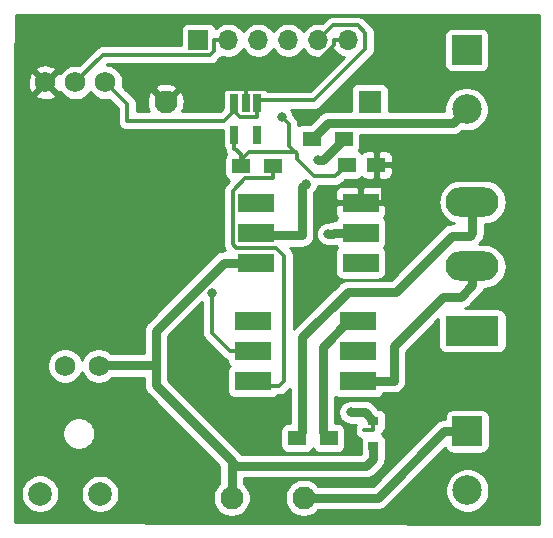
<source format=gbl>
G04 #@! TF.GenerationSoftware,KiCad,Pcbnew,5.1.7-a382d34a8~88~ubuntu18.04.1*
G04 #@! TF.CreationDate,2021-07-23T19:11:00+05:30*
G04 #@! TF.ProjectId,BackEnd_HeavyDevice_v2,4261636b-456e-4645-9f48-656176794465,rev?*
G04 #@! TF.SameCoordinates,Original*
G04 #@! TF.FileFunction,Copper,L2,Bot*
G04 #@! TF.FilePolarity,Positive*
%FSLAX46Y46*%
G04 Gerber Fmt 4.6, Leading zero omitted, Abs format (unit mm)*
G04 Created by KiCad (PCBNEW 5.1.7-a382d34a8~88~ubuntu18.04.1) date 2021-07-23 19:11:00*
%MOMM*%
%LPD*%
G01*
G04 APERTURE LIST*
G04 #@! TA.AperFunction,ComponentPad*
%ADD10C,1.950000*%
G04 #@! TD*
G04 #@! TA.AperFunction,ComponentPad*
%ADD11R,1.950000X1.950000*%
G04 #@! TD*
G04 #@! TA.AperFunction,SMDPad,CuDef*
%ADD12R,1.500000X1.250000*%
G04 #@! TD*
G04 #@! TA.AperFunction,SMDPad,CuDef*
%ADD13R,0.900000X0.800000*%
G04 #@! TD*
G04 #@! TA.AperFunction,ComponentPad*
%ADD14C,2.000000*%
G04 #@! TD*
G04 #@! TA.AperFunction,ComponentPad*
%ADD15C,2.500000*%
G04 #@! TD*
G04 #@! TA.AperFunction,ComponentPad*
%ADD16R,2.500000X2.500000*%
G04 #@! TD*
G04 #@! TA.AperFunction,ComponentPad*
%ADD17O,4.500000X2.500000*%
G04 #@! TD*
G04 #@! TA.AperFunction,ComponentPad*
%ADD18R,4.500000X2.500000*%
G04 #@! TD*
G04 #@! TA.AperFunction,SMDPad,CuDef*
%ADD19R,1.500000X1.300000*%
G04 #@! TD*
G04 #@! TA.AperFunction,ComponentPad*
%ADD20C,1.750000*%
G04 #@! TD*
G04 #@! TA.AperFunction,SMDPad,CuDef*
%ADD21R,3.100000X1.600000*%
G04 #@! TD*
G04 #@! TA.AperFunction,SMDPad,CuDef*
%ADD22R,0.650000X1.560000*%
G04 #@! TD*
G04 #@! TA.AperFunction,ComponentPad*
%ADD23R,1.700000X1.700000*%
G04 #@! TD*
G04 #@! TA.AperFunction,ComponentPad*
%ADD24O,1.700000X1.700000*%
G04 #@! TD*
G04 #@! TA.AperFunction,ViaPad*
%ADD25C,0.800000*%
G04 #@! TD*
G04 #@! TA.AperFunction,Conductor*
%ADD26C,0.350000*%
G04 #@! TD*
G04 #@! TA.AperFunction,Conductor*
%ADD27C,0.800000*%
G04 #@! TD*
G04 #@! TA.AperFunction,Conductor*
%ADD28C,0.254000*%
G04 #@! TD*
G04 #@! TA.AperFunction,Conductor*
%ADD29C,0.100000*%
G04 #@! TD*
G04 APERTURE END LIST*
D10*
X132225000Y-133535000D03*
X120541000Y-100007000D03*
X126129000Y-133535000D03*
D11*
X137813000Y-100007000D03*
D12*
X135884000Y-105357000D03*
X138384000Y-105357000D03*
D13*
X138136000Y-129124000D03*
X138136000Y-127024000D03*
D14*
X109903000Y-133198000D03*
X114983000Y-133208000D03*
D15*
X146078000Y-132904000D03*
D16*
X146078000Y-127904000D03*
X146027000Y-95631000D03*
D15*
X146027000Y-100631000D03*
D17*
X146515000Y-108500000D03*
X146515000Y-113950000D03*
D18*
X146515000Y-119400000D03*
D19*
X135611000Y-103152000D03*
X132911000Y-103152000D03*
X126909000Y-105474000D03*
X129609000Y-105474000D03*
X131646000Y-128468000D03*
X134346000Y-128468000D03*
D20*
X110368080Y-98368980D03*
X115448080Y-98368980D03*
X112908080Y-98368980D03*
X112018080Y-122368980D03*
X114878080Y-122368980D03*
D21*
X128156000Y-113629000D03*
X137046000Y-108549000D03*
X128156000Y-111089000D03*
X137046000Y-111089000D03*
X128156000Y-108549000D03*
X137046000Y-113629000D03*
D22*
X126357000Y-102824000D03*
X128257000Y-102824000D03*
X128257000Y-100124000D03*
X127307000Y-100124000D03*
X126357000Y-100124000D03*
D21*
X136835000Y-123670000D03*
X127945000Y-118590000D03*
X136835000Y-121130000D03*
X127945000Y-121130000D03*
X136835000Y-118590000D03*
X127945000Y-123670000D03*
D23*
X123309000Y-94800400D03*
D24*
X125849000Y-94800400D03*
X128389000Y-94800400D03*
X130929000Y-94800400D03*
X133469000Y-94800400D03*
X136009000Y-94800400D03*
D25*
X139182900Y-103466800D03*
X130362960Y-101318060D03*
X136197340Y-126301500D03*
X132100320Y-111323120D03*
X132425440Y-106939080D03*
X133464300Y-104907078D03*
X134307800Y-111197500D03*
X124448300Y-116222600D03*
D26*
X128257000Y-100124000D02*
X128257000Y-101279300D01*
X128257000Y-101279300D02*
X126800900Y-101279300D01*
X126800900Y-101279300D02*
X126290100Y-100768500D01*
X126357000Y-100701600D02*
X126290100Y-100768500D01*
X126357000Y-100124000D02*
X126357000Y-100701600D01*
X117287040Y-100207940D02*
X115448080Y-98368980D01*
X117287040Y-101612700D02*
X117287040Y-100207940D01*
X126290100Y-100768500D02*
X125445900Y-101612700D01*
X125445900Y-101612700D02*
X117287040Y-101612700D01*
X137462260Y-94211140D02*
X137462260Y-95549720D01*
X133136941Y-99875039D02*
X128505961Y-99875039D01*
X137462260Y-95549720D02*
X133136941Y-99875039D01*
X134726280Y-93543120D02*
X136794240Y-93543120D01*
X128505961Y-99875039D02*
X128257000Y-100124000D01*
X133469000Y-94800400D02*
X134726280Y-93543120D01*
X136794240Y-93543120D02*
X137462260Y-94211140D01*
X138384000Y-105357000D02*
X138384000Y-104265700D01*
X138384000Y-104265700D02*
X139182900Y-103466800D01*
X120541000Y-100007000D02*
X121579300Y-98968700D01*
X121579300Y-98968700D02*
X127307000Y-98968700D01*
X134783700Y-94800400D02*
X134783700Y-95229000D01*
X134783700Y-95229000D02*
X131044000Y-98968700D01*
X131044000Y-98968700D02*
X127307000Y-98968700D01*
X138384000Y-105357000D02*
X138384000Y-106357300D01*
X137046000Y-108549000D02*
X138971300Y-108549000D01*
X138971300Y-108549000D02*
X138971300Y-106944600D01*
X138971300Y-106944600D02*
X138384000Y-106357300D01*
X127307000Y-100124000D02*
X127307000Y-98968700D01*
X136009000Y-94800400D02*
X134783700Y-94800400D01*
X126909000Y-104961300D02*
X126909000Y-104448700D01*
X126909000Y-105474000D02*
X126909000Y-104961300D01*
X126357000Y-102824000D02*
X126357000Y-103979300D01*
X126357000Y-103979300D02*
X126439600Y-103979300D01*
X126439600Y-103979300D02*
X126909000Y-104448700D01*
X126909000Y-104961300D02*
X127580440Y-104289860D01*
X131538760Y-104289860D02*
X131663800Y-104414900D01*
X127580440Y-104289860D02*
X131538760Y-104289860D01*
X131663800Y-104888584D02*
X133092298Y-106317082D01*
X134923918Y-106317082D02*
X135884000Y-105357000D01*
X131663800Y-104414900D02*
X131663800Y-104888584D01*
X133092298Y-106317082D02*
X134923918Y-106317082D01*
X130975100Y-101930200D02*
X130362960Y-101318060D01*
X131663800Y-104414900D02*
X130975100Y-103726200D01*
X130975100Y-103726200D02*
X130975100Y-101930200D01*
X130754800Y-111089000D02*
X130081300Y-111089000D01*
X128156000Y-111089000D02*
X130081300Y-111089000D01*
X131188460Y-111522660D02*
X130754800Y-111089000D01*
X138136000Y-127024000D02*
X138136000Y-127799300D01*
X138136000Y-127799300D02*
X137360700Y-127799300D01*
D27*
X137413500Y-126301500D02*
X138136000Y-127024000D01*
X136197340Y-126301500D02*
X137413500Y-126301500D01*
D26*
X128390120Y-111323120D02*
X128156000Y-111089000D01*
D27*
X132100320Y-111323120D02*
X128390120Y-111323120D01*
X132100320Y-107264200D02*
X132425440Y-106939080D01*
X132100320Y-111323120D02*
X132100320Y-107264200D01*
X133855922Y-104907078D02*
X133464300Y-104907078D01*
X135611000Y-103152000D02*
X133855922Y-104907078D01*
X146078000Y-127904000D02*
X144127700Y-127904000D01*
X144127700Y-127904000D02*
X138496700Y-133535000D01*
X138496700Y-133535000D02*
X132225000Y-133535000D01*
X144856300Y-101801700D02*
X146027000Y-100631000D01*
X134261300Y-101801700D02*
X144856300Y-101801700D01*
X132911000Y-103152000D02*
X134261300Y-101801700D01*
X134687200Y-111197500D02*
X134795700Y-111089000D01*
X137046000Y-111089000D02*
X134795700Y-111089000D01*
X134307800Y-111197500D02*
X134687200Y-111197500D01*
D26*
X125849000Y-94800400D02*
X124623700Y-94800400D01*
X124623700Y-94800400D02*
X124623700Y-95719400D01*
X124623700Y-95719400D02*
X124317400Y-96025700D01*
X124317400Y-96025700D02*
X116824300Y-96025700D01*
X115251360Y-96025700D02*
X112908080Y-98368980D01*
X116824300Y-96025700D02*
X115251360Y-96025700D01*
X127945000Y-121130000D02*
X126019700Y-121130000D01*
X124448300Y-116222600D02*
X124448300Y-119558600D01*
X124448300Y-119558600D02*
X126019700Y-121130000D01*
D27*
X146515000Y-111119740D02*
X146515000Y-108500000D01*
X146288760Y-111345980D02*
X146515000Y-111119740D01*
X132102860Y-128011140D02*
X132102860Y-119960740D01*
X132102860Y-119960740D02*
X135954100Y-116109500D01*
X131646000Y-128468000D02*
X132102860Y-128011140D01*
X140026640Y-116109500D02*
X144790160Y-111345980D01*
X135954100Y-116109500D02*
X140026640Y-116109500D01*
X144790160Y-111345980D02*
X146288760Y-111345980D01*
X146515000Y-115552040D02*
X146515000Y-113950000D01*
X145539460Y-116527580D02*
X146515000Y-115552040D01*
X144056100Y-116527580D02*
X145539460Y-116527580D01*
X136835000Y-123670000D02*
X139857480Y-123670000D01*
X139857480Y-120726200D02*
X144056100Y-116527580D01*
X139857480Y-123670000D02*
X139857480Y-120726200D01*
D26*
X126230600Y-107564600D02*
X127295900Y-106499300D01*
X126230600Y-112083000D02*
X126230600Y-107564600D01*
X126501200Y-112353600D02*
X126230600Y-112083000D01*
X127295900Y-106499300D02*
X129609000Y-106499300D01*
X128320980Y-124045980D02*
X130177540Y-124045980D01*
X129609000Y-106499300D02*
X129609000Y-105474000D01*
X130177540Y-124045980D02*
X130578860Y-123644660D01*
X130578860Y-123644660D02*
X130578860Y-113026660D01*
X130578860Y-113026660D02*
X129905800Y-112353600D01*
X127945000Y-123670000D02*
X128320980Y-124045980D01*
X129905800Y-112353600D02*
X126501200Y-112353600D01*
D27*
X136835000Y-118590000D02*
X136016800Y-118590000D01*
X133868160Y-127990160D02*
X134346000Y-128468000D01*
X133868160Y-120738640D02*
X133868160Y-127990160D01*
X136016800Y-118590000D02*
X133868160Y-120738640D01*
X125905700Y-113629000D02*
X125485900Y-113629000D01*
X125485900Y-113629000D02*
X119719400Y-119395500D01*
X126129000Y-130477500D02*
X126129000Y-133535000D01*
X119719400Y-124000200D02*
X126129000Y-130409800D01*
X126129000Y-130409800D02*
X126129000Y-130477500D01*
X128156000Y-113629000D02*
X125905700Y-113629000D01*
X114922240Y-122324820D02*
X114878080Y-122368980D01*
X119719400Y-122324820D02*
X114922240Y-122324820D01*
X119719400Y-122324820D02*
X119719400Y-124000200D01*
X119719400Y-119395500D02*
X119719400Y-122324820D01*
X137507120Y-130853180D02*
X126504680Y-130853180D01*
X138136000Y-129124000D02*
X138136000Y-130224300D01*
X126504680Y-130853180D02*
X126129000Y-130477500D01*
X138136000Y-130224300D02*
X137507120Y-130853180D01*
D28*
X152125680Y-135732027D02*
X107762257Y-135560292D01*
X107766568Y-133036967D01*
X108268000Y-133036967D01*
X108268000Y-133359033D01*
X108330832Y-133674912D01*
X108454082Y-133972463D01*
X108633013Y-134240252D01*
X108860748Y-134467987D01*
X109128537Y-134646918D01*
X109426088Y-134770168D01*
X109741967Y-134833000D01*
X110064033Y-134833000D01*
X110379912Y-134770168D01*
X110677463Y-134646918D01*
X110945252Y-134467987D01*
X111172987Y-134240252D01*
X111351918Y-133972463D01*
X111475168Y-133674912D01*
X111538000Y-133359033D01*
X111538000Y-133046967D01*
X113348000Y-133046967D01*
X113348000Y-133369033D01*
X113410832Y-133684912D01*
X113534082Y-133982463D01*
X113713013Y-134250252D01*
X113940748Y-134477987D01*
X114208537Y-134656918D01*
X114506088Y-134780168D01*
X114821967Y-134843000D01*
X115144033Y-134843000D01*
X115459912Y-134780168D01*
X115757463Y-134656918D01*
X116025252Y-134477987D01*
X116252987Y-134250252D01*
X116431918Y-133982463D01*
X116555168Y-133684912D01*
X116618000Y-133369033D01*
X116618000Y-133046967D01*
X116555168Y-132731088D01*
X116431918Y-132433537D01*
X116252987Y-132165748D01*
X116025252Y-131938013D01*
X115757463Y-131759082D01*
X115459912Y-131635832D01*
X115144033Y-131573000D01*
X114821967Y-131573000D01*
X114506088Y-131635832D01*
X114208537Y-131759082D01*
X113940748Y-131938013D01*
X113713013Y-132165748D01*
X113534082Y-132433537D01*
X113410832Y-132731088D01*
X113348000Y-133046967D01*
X111538000Y-133046967D01*
X111538000Y-133036967D01*
X111475168Y-132721088D01*
X111351918Y-132423537D01*
X111172987Y-132155748D01*
X110945252Y-131928013D01*
X110677463Y-131749082D01*
X110379912Y-131625832D01*
X110064033Y-131563000D01*
X109741967Y-131563000D01*
X109426088Y-131625832D01*
X109128537Y-131749082D01*
X108860748Y-131928013D01*
X108633013Y-132155748D01*
X108454082Y-132423537D01*
X108330832Y-132721088D01*
X108268000Y-133036967D01*
X107766568Y-133036967D01*
X107775215Y-127976109D01*
X111810100Y-127976109D01*
X111810100Y-128248931D01*
X111863325Y-128516509D01*
X111967729Y-128768563D01*
X112119301Y-128995406D01*
X112312214Y-129188319D01*
X112539057Y-129339891D01*
X112791111Y-129444295D01*
X113058689Y-129497520D01*
X113331511Y-129497520D01*
X113599089Y-129444295D01*
X113851143Y-129339891D01*
X114077986Y-129188319D01*
X114270899Y-128995406D01*
X114422471Y-128768563D01*
X114526875Y-128516509D01*
X114580100Y-128248931D01*
X114580100Y-127976109D01*
X114526875Y-127708531D01*
X114422471Y-127456477D01*
X114270899Y-127229634D01*
X114077986Y-127036721D01*
X113851143Y-126885149D01*
X113599089Y-126780745D01*
X113331511Y-126727520D01*
X113058689Y-126727520D01*
X112791111Y-126780745D01*
X112539057Y-126885149D01*
X112312214Y-127036721D01*
X112119301Y-127229634D01*
X111967729Y-127456477D01*
X111863325Y-127708531D01*
X111810100Y-127976109D01*
X107775215Y-127976109D01*
X107785050Y-122220258D01*
X110508080Y-122220258D01*
X110508080Y-122517702D01*
X110566109Y-122809431D01*
X110679936Y-123084233D01*
X110845187Y-123331549D01*
X111055511Y-123541873D01*
X111302827Y-123707124D01*
X111577629Y-123820951D01*
X111869358Y-123878980D01*
X112166802Y-123878980D01*
X112458531Y-123820951D01*
X112733333Y-123707124D01*
X112980649Y-123541873D01*
X113190973Y-123331549D01*
X113356224Y-123084233D01*
X113448080Y-122862474D01*
X113539936Y-123084233D01*
X113705187Y-123331549D01*
X113915511Y-123541873D01*
X114162827Y-123707124D01*
X114437629Y-123820951D01*
X114729358Y-123878980D01*
X115026802Y-123878980D01*
X115318531Y-123820951D01*
X115593333Y-123707124D01*
X115840649Y-123541873D01*
X116022702Y-123359820D01*
X118684401Y-123359820D01*
X118684401Y-123949363D01*
X118679394Y-124000200D01*
X118699377Y-124203095D01*
X118758560Y-124398193D01*
X118854666Y-124577997D01*
X118911191Y-124646872D01*
X118984005Y-124735596D01*
X119023493Y-124768003D01*
X125094000Y-130838511D01*
X125094001Y-132293115D01*
X124878431Y-132508685D01*
X124702237Y-132772379D01*
X124580871Y-133065380D01*
X124519000Y-133376429D01*
X124519000Y-133693571D01*
X124580871Y-134004620D01*
X124702237Y-134297621D01*
X124878431Y-134561315D01*
X125102685Y-134785569D01*
X125366379Y-134961763D01*
X125659380Y-135083129D01*
X125970429Y-135145000D01*
X126287571Y-135145000D01*
X126598620Y-135083129D01*
X126891621Y-134961763D01*
X127155315Y-134785569D01*
X127379569Y-134561315D01*
X127555763Y-134297621D01*
X127677129Y-134004620D01*
X127739000Y-133693571D01*
X127739000Y-133376429D01*
X130615000Y-133376429D01*
X130615000Y-133693571D01*
X130676871Y-134004620D01*
X130798237Y-134297621D01*
X130974431Y-134561315D01*
X131198685Y-134785569D01*
X131462379Y-134961763D01*
X131755380Y-135083129D01*
X132066429Y-135145000D01*
X132383571Y-135145000D01*
X132694620Y-135083129D01*
X132987621Y-134961763D01*
X133251315Y-134785569D01*
X133466884Y-134570000D01*
X138445872Y-134570000D01*
X138496700Y-134575006D01*
X138547528Y-134570000D01*
X138547538Y-134570000D01*
X138699595Y-134555024D01*
X138894693Y-134495841D01*
X139074497Y-134399734D01*
X139232096Y-134270396D01*
X139264507Y-134230903D01*
X140777066Y-132718344D01*
X144193000Y-132718344D01*
X144193000Y-133089656D01*
X144265439Y-133453834D01*
X144407534Y-133796882D01*
X144613825Y-134105618D01*
X144876382Y-134368175D01*
X145185118Y-134574466D01*
X145528166Y-134716561D01*
X145892344Y-134789000D01*
X146263656Y-134789000D01*
X146627834Y-134716561D01*
X146970882Y-134574466D01*
X147279618Y-134368175D01*
X147542175Y-134105618D01*
X147748466Y-133796882D01*
X147890561Y-133453834D01*
X147963000Y-133089656D01*
X147963000Y-132718344D01*
X147890561Y-132354166D01*
X147748466Y-132011118D01*
X147542175Y-131702382D01*
X147279618Y-131439825D01*
X146970882Y-131233534D01*
X146627834Y-131091439D01*
X146263656Y-131019000D01*
X145892344Y-131019000D01*
X145528166Y-131091439D01*
X145185118Y-131233534D01*
X144876382Y-131439825D01*
X144613825Y-131702382D01*
X144407534Y-132011118D01*
X144265439Y-132354166D01*
X144193000Y-132718344D01*
X140777066Y-132718344D01*
X144205619Y-129289792D01*
X144238498Y-129398180D01*
X144297463Y-129508494D01*
X144376815Y-129605185D01*
X144473506Y-129684537D01*
X144583820Y-129743502D01*
X144703518Y-129779812D01*
X144828000Y-129792072D01*
X147328000Y-129792072D01*
X147452482Y-129779812D01*
X147572180Y-129743502D01*
X147682494Y-129684537D01*
X147779185Y-129605185D01*
X147858537Y-129508494D01*
X147917502Y-129398180D01*
X147953812Y-129278482D01*
X147966072Y-129154000D01*
X147966072Y-126654000D01*
X147953812Y-126529518D01*
X147917502Y-126409820D01*
X147858537Y-126299506D01*
X147779185Y-126202815D01*
X147682494Y-126123463D01*
X147572180Y-126064498D01*
X147452482Y-126028188D01*
X147328000Y-126015928D01*
X144828000Y-126015928D01*
X144703518Y-126028188D01*
X144583820Y-126064498D01*
X144473506Y-126123463D01*
X144376815Y-126202815D01*
X144297463Y-126299506D01*
X144238498Y-126409820D01*
X144202188Y-126529518D01*
X144189928Y-126654000D01*
X144189928Y-126869000D01*
X144178535Y-126869000D01*
X144127700Y-126863993D01*
X144076865Y-126869000D01*
X144076862Y-126869000D01*
X143924805Y-126883976D01*
X143775115Y-126929385D01*
X143729706Y-126943159D01*
X143549902Y-127039266D01*
X143431792Y-127136197D01*
X143392304Y-127168604D01*
X143359897Y-127208092D01*
X138067990Y-132500000D01*
X133466884Y-132500000D01*
X133251315Y-132284431D01*
X132987621Y-132108237D01*
X132694620Y-131986871D01*
X132383571Y-131925000D01*
X132066429Y-131925000D01*
X131755380Y-131986871D01*
X131462379Y-132108237D01*
X131198685Y-132284431D01*
X130974431Y-132508685D01*
X130798237Y-132772379D01*
X130676871Y-133065380D01*
X130615000Y-133376429D01*
X127739000Y-133376429D01*
X127677129Y-133065380D01*
X127555763Y-132772379D01*
X127379569Y-132508685D01*
X127164000Y-132293116D01*
X127164000Y-131888180D01*
X137456292Y-131888180D01*
X137507120Y-131893186D01*
X137557948Y-131888180D01*
X137557958Y-131888180D01*
X137710015Y-131873204D01*
X137905113Y-131814021D01*
X138084917Y-131717914D01*
X138242516Y-131588576D01*
X138274927Y-131549083D01*
X138831903Y-130992107D01*
X138871396Y-130959696D01*
X138958811Y-130853180D01*
X139000734Y-130802098D01*
X139096841Y-130622294D01*
X139125342Y-130528338D01*
X139156024Y-130427195D01*
X139171000Y-130275138D01*
X139171000Y-130275135D01*
X139176007Y-130224300D01*
X139171000Y-130173465D01*
X139171000Y-129776603D01*
X139175502Y-129768180D01*
X139211812Y-129648482D01*
X139224072Y-129524000D01*
X139224072Y-128724000D01*
X139211812Y-128599518D01*
X139175502Y-128479820D01*
X139116537Y-128369506D01*
X139037185Y-128272815D01*
X138940494Y-128193463D01*
X138865259Y-128153249D01*
X138887963Y-128110773D01*
X138934280Y-127958088D01*
X138934304Y-127957846D01*
X138940494Y-127954537D01*
X139037185Y-127875185D01*
X139116537Y-127778494D01*
X139175502Y-127668180D01*
X139211812Y-127548482D01*
X139224072Y-127424000D01*
X139224072Y-126624000D01*
X139211812Y-126499518D01*
X139175502Y-126379820D01*
X139116537Y-126269506D01*
X139037185Y-126172815D01*
X138940494Y-126093463D01*
X138830180Y-126034498D01*
X138710482Y-125998188D01*
X138586000Y-125985928D01*
X138561639Y-125985928D01*
X138181307Y-125605597D01*
X138148896Y-125566104D01*
X137991297Y-125436766D01*
X137811493Y-125340659D01*
X137616395Y-125281476D01*
X137464338Y-125266500D01*
X137464328Y-125266500D01*
X137413500Y-125261494D01*
X137362672Y-125266500D01*
X136095401Y-125266500D01*
X136045283Y-125276469D01*
X135994445Y-125281476D01*
X135945563Y-125296304D01*
X135895442Y-125306274D01*
X135848227Y-125325831D01*
X135799347Y-125340659D01*
X135754298Y-125364738D01*
X135707084Y-125384295D01*
X135664594Y-125412686D01*
X135619543Y-125436766D01*
X135580056Y-125469172D01*
X135537566Y-125497563D01*
X135501432Y-125533697D01*
X135461944Y-125566104D01*
X135429537Y-125605592D01*
X135393403Y-125641726D01*
X135365012Y-125684216D01*
X135332606Y-125723703D01*
X135308526Y-125768754D01*
X135280135Y-125811244D01*
X135260578Y-125858458D01*
X135236499Y-125903507D01*
X135221671Y-125952387D01*
X135202114Y-125999602D01*
X135192144Y-126049723D01*
X135177316Y-126098605D01*
X135172309Y-126149443D01*
X135162340Y-126199561D01*
X135162340Y-126250662D01*
X135157333Y-126301500D01*
X135162340Y-126352338D01*
X135162340Y-126403439D01*
X135172309Y-126453557D01*
X135177316Y-126504395D01*
X135192144Y-126553277D01*
X135202114Y-126603398D01*
X135221671Y-126650613D01*
X135236499Y-126699493D01*
X135260578Y-126744542D01*
X135280135Y-126791756D01*
X135308526Y-126834246D01*
X135332606Y-126879297D01*
X135365012Y-126918784D01*
X135393403Y-126961274D01*
X135429536Y-126997407D01*
X135461944Y-127036896D01*
X135501432Y-127069303D01*
X135537566Y-127105437D01*
X135580056Y-127133828D01*
X135619543Y-127166234D01*
X135664594Y-127190314D01*
X135707084Y-127218705D01*
X135754298Y-127238262D01*
X135799347Y-127262341D01*
X135848227Y-127277169D01*
X135895442Y-127296726D01*
X135945563Y-127306696D01*
X135994445Y-127321524D01*
X136045283Y-127326531D01*
X136095401Y-127336500D01*
X136692659Y-127336500D01*
X136683951Y-127347111D01*
X136608737Y-127487827D01*
X136562420Y-127640512D01*
X136546781Y-127799300D01*
X136562420Y-127958088D01*
X136608737Y-128110773D01*
X136683951Y-128251489D01*
X136785172Y-128374828D01*
X136908511Y-128476049D01*
X137049227Y-128551263D01*
X137072669Y-128558374D01*
X137060188Y-128599518D01*
X137047928Y-128724000D01*
X137047928Y-129524000D01*
X137060188Y-129648482D01*
X137096498Y-129768180D01*
X137101001Y-129776604D01*
X137101001Y-129795589D01*
X137078410Y-129818180D01*
X126982391Y-129818180D01*
X126896803Y-129713892D01*
X126864396Y-129674404D01*
X126824908Y-129641997D01*
X120754400Y-123571490D01*
X120754400Y-122375658D01*
X120759407Y-122324820D01*
X120754400Y-122273982D01*
X120754400Y-119824210D01*
X123638300Y-116940310D01*
X123638301Y-119518802D01*
X123634381Y-119558600D01*
X123647513Y-119691928D01*
X123650021Y-119717388D01*
X123687575Y-119841185D01*
X123696338Y-119870073D01*
X123771551Y-120010789D01*
X123827152Y-120078539D01*
X123872773Y-120134128D01*
X123903683Y-120159495D01*
X125418805Y-121674618D01*
X125444172Y-121705528D01*
X125494734Y-121747023D01*
X125567510Y-121806749D01*
X125642724Y-121846951D01*
X125708227Y-121881963D01*
X125756928Y-121896736D01*
X125756928Y-121930000D01*
X125769188Y-122054482D01*
X125805498Y-122174180D01*
X125864463Y-122284494D01*
X125943815Y-122381185D01*
X125966741Y-122400000D01*
X125943815Y-122418815D01*
X125864463Y-122515506D01*
X125805498Y-122625820D01*
X125769188Y-122745518D01*
X125756928Y-122870000D01*
X125756928Y-124470000D01*
X125769188Y-124594482D01*
X125805498Y-124714180D01*
X125864463Y-124824494D01*
X125943815Y-124921185D01*
X126040506Y-125000537D01*
X126150820Y-125059502D01*
X126270518Y-125095812D01*
X126395000Y-125108072D01*
X129495000Y-125108072D01*
X129619482Y-125095812D01*
X129739180Y-125059502D01*
X129849494Y-125000537D01*
X129946185Y-124921185D01*
X129999697Y-124855980D01*
X130137752Y-124855980D01*
X130177540Y-124859899D01*
X130217328Y-124855980D01*
X130217331Y-124855980D01*
X130336328Y-124844260D01*
X130489013Y-124797943D01*
X130629729Y-124722729D01*
X130753068Y-124621508D01*
X130778440Y-124590592D01*
X131067860Y-124301172D01*
X131067860Y-127179928D01*
X130896000Y-127179928D01*
X130771518Y-127192188D01*
X130651820Y-127228498D01*
X130541506Y-127287463D01*
X130444815Y-127366815D01*
X130365463Y-127463506D01*
X130306498Y-127573820D01*
X130270188Y-127693518D01*
X130257928Y-127818000D01*
X130257928Y-129118000D01*
X130270188Y-129242482D01*
X130306498Y-129362180D01*
X130365463Y-129472494D01*
X130444815Y-129569185D01*
X130541506Y-129648537D01*
X130651820Y-129707502D01*
X130771518Y-129743812D01*
X130896000Y-129756072D01*
X132396000Y-129756072D01*
X132520482Y-129743812D01*
X132640180Y-129707502D01*
X132750494Y-129648537D01*
X132847185Y-129569185D01*
X132926537Y-129472494D01*
X132985502Y-129362180D01*
X132996000Y-129327573D01*
X133006498Y-129362180D01*
X133065463Y-129472494D01*
X133144815Y-129569185D01*
X133241506Y-129648537D01*
X133351820Y-129707502D01*
X133471518Y-129743812D01*
X133596000Y-129756072D01*
X135096000Y-129756072D01*
X135220482Y-129743812D01*
X135340180Y-129707502D01*
X135450494Y-129648537D01*
X135547185Y-129569185D01*
X135626537Y-129472494D01*
X135685502Y-129362180D01*
X135721812Y-129242482D01*
X135734072Y-129118000D01*
X135734072Y-127818000D01*
X135721812Y-127693518D01*
X135685502Y-127573820D01*
X135626537Y-127463506D01*
X135547185Y-127366815D01*
X135450494Y-127287463D01*
X135340180Y-127228498D01*
X135220482Y-127192188D01*
X135096000Y-127179928D01*
X134903160Y-127179928D01*
X134903160Y-124978095D01*
X134930506Y-125000537D01*
X135040820Y-125059502D01*
X135160518Y-125095812D01*
X135285000Y-125108072D01*
X138385000Y-125108072D01*
X138509482Y-125095812D01*
X138629180Y-125059502D01*
X138739494Y-125000537D01*
X138836185Y-124921185D01*
X138915537Y-124824494D01*
X138974502Y-124714180D01*
X138977287Y-124705000D01*
X139806642Y-124705000D01*
X139857480Y-124710007D01*
X139908318Y-124705000D01*
X140060375Y-124690024D01*
X140255473Y-124630841D01*
X140435277Y-124534734D01*
X140592876Y-124405396D01*
X140722214Y-124247797D01*
X140818321Y-124067993D01*
X140877504Y-123872895D01*
X140897487Y-123670000D01*
X140892480Y-123619162D01*
X140892480Y-121154910D01*
X143626928Y-118420463D01*
X143626928Y-120650000D01*
X143639188Y-120774482D01*
X143675498Y-120894180D01*
X143734463Y-121004494D01*
X143813815Y-121101185D01*
X143910506Y-121180537D01*
X144020820Y-121239502D01*
X144140518Y-121275812D01*
X144265000Y-121288072D01*
X148765000Y-121288072D01*
X148889482Y-121275812D01*
X149009180Y-121239502D01*
X149119494Y-121180537D01*
X149216185Y-121101185D01*
X149295537Y-121004494D01*
X149354502Y-120894180D01*
X149390812Y-120774482D01*
X149403072Y-120650000D01*
X149403072Y-118150000D01*
X149390812Y-118025518D01*
X149354502Y-117905820D01*
X149295537Y-117795506D01*
X149216185Y-117698815D01*
X149119494Y-117619463D01*
X149009180Y-117560498D01*
X148889482Y-117524188D01*
X148765000Y-117511928D01*
X145859962Y-117511928D01*
X145937453Y-117488421D01*
X146117257Y-117392314D01*
X146274856Y-117262976D01*
X146307267Y-117223483D01*
X147210908Y-116319843D01*
X147250396Y-116287436D01*
X147282803Y-116247948D01*
X147379734Y-116129838D01*
X147475840Y-115950034D01*
X147475841Y-115950033D01*
X147510736Y-115835000D01*
X147607597Y-115835000D01*
X147884524Y-115807725D01*
X148239848Y-115699939D01*
X148567317Y-115524903D01*
X148854345Y-115289345D01*
X149089903Y-115002317D01*
X149264939Y-114674848D01*
X149372725Y-114319524D01*
X149409120Y-113950000D01*
X149372725Y-113580476D01*
X149264939Y-113225152D01*
X149089903Y-112897683D01*
X148854345Y-112610655D01*
X148567317Y-112375097D01*
X148239848Y-112200061D01*
X147884524Y-112092275D01*
X147607597Y-112065000D01*
X147037595Y-112065000D01*
X147056567Y-112041883D01*
X147210903Y-111887547D01*
X147250396Y-111855136D01*
X147379734Y-111697537D01*
X147475841Y-111517733D01*
X147535024Y-111322635D01*
X147550000Y-111170578D01*
X147550000Y-111170575D01*
X147555007Y-111119740D01*
X147550000Y-111068905D01*
X147550000Y-110385000D01*
X147607597Y-110385000D01*
X147884524Y-110357725D01*
X148239848Y-110249939D01*
X148567317Y-110074903D01*
X148854345Y-109839345D01*
X149089903Y-109552317D01*
X149264939Y-109224848D01*
X149372725Y-108869524D01*
X149409120Y-108500000D01*
X149372725Y-108130476D01*
X149264939Y-107775152D01*
X149089903Y-107447683D01*
X148854345Y-107160655D01*
X148567317Y-106925097D01*
X148239848Y-106750061D01*
X147884524Y-106642275D01*
X147607597Y-106615000D01*
X145422403Y-106615000D01*
X145145476Y-106642275D01*
X144790152Y-106750061D01*
X144462683Y-106925097D01*
X144175655Y-107160655D01*
X143940097Y-107447683D01*
X143765061Y-107775152D01*
X143657275Y-108130476D01*
X143620880Y-108500000D01*
X143657275Y-108869524D01*
X143765061Y-109224848D01*
X143940097Y-109552317D01*
X144175655Y-109839345D01*
X144462683Y-110074903D01*
X144790152Y-110249939D01*
X144991378Y-110310980D01*
X144840995Y-110310980D01*
X144790160Y-110305973D01*
X144739325Y-110310980D01*
X144739322Y-110310980D01*
X144587265Y-110325956D01*
X144437575Y-110371365D01*
X144392166Y-110385139D01*
X144212362Y-110481246D01*
X144138403Y-110541943D01*
X144054764Y-110610584D01*
X144022357Y-110650072D01*
X139597930Y-115074500D01*
X136004935Y-115074500D01*
X135954100Y-115069493D01*
X135903265Y-115074500D01*
X135903262Y-115074500D01*
X135751205Y-115089476D01*
X135556107Y-115148659D01*
X135483253Y-115187600D01*
X135376302Y-115244766D01*
X135321983Y-115289345D01*
X135218704Y-115374104D01*
X135186297Y-115413592D01*
X131406952Y-119192938D01*
X131388860Y-119207786D01*
X131388860Y-113066451D01*
X131392779Y-113026660D01*
X131377140Y-112867872D01*
X131330823Y-112715186D01*
X131255609Y-112574471D01*
X131179753Y-112482040D01*
X131154388Y-112451132D01*
X131123478Y-112425765D01*
X131055833Y-112358120D01*
X132049482Y-112358120D01*
X132100320Y-112363127D01*
X132151158Y-112358120D01*
X132202259Y-112358120D01*
X132252377Y-112348151D01*
X132303215Y-112343144D01*
X132352097Y-112328316D01*
X132402218Y-112318346D01*
X132449433Y-112298789D01*
X132498313Y-112283961D01*
X132543362Y-112259882D01*
X132590576Y-112240325D01*
X132633066Y-112211934D01*
X132678117Y-112187854D01*
X132717604Y-112155448D01*
X132760094Y-112127057D01*
X132796228Y-112090923D01*
X132835716Y-112058516D01*
X132868123Y-112019028D01*
X132904257Y-111982894D01*
X132932648Y-111940404D01*
X132965054Y-111900917D01*
X132989134Y-111855866D01*
X133017525Y-111813376D01*
X133037082Y-111766162D01*
X133061161Y-111721113D01*
X133075989Y-111672233D01*
X133095546Y-111625018D01*
X133105516Y-111574897D01*
X133120344Y-111526015D01*
X133125351Y-111475177D01*
X133135320Y-111425059D01*
X133135320Y-111373957D01*
X133140327Y-111323120D01*
X133135320Y-111272282D01*
X133135320Y-111197500D01*
X133267793Y-111197500D01*
X133272800Y-111248338D01*
X133272800Y-111299439D01*
X133282769Y-111349557D01*
X133287776Y-111400395D01*
X133302604Y-111449277D01*
X133312574Y-111499398D01*
X133332131Y-111546613D01*
X133346959Y-111595493D01*
X133371038Y-111640542D01*
X133390595Y-111687756D01*
X133418986Y-111730246D01*
X133443066Y-111775297D01*
X133475472Y-111814784D01*
X133503863Y-111857274D01*
X133539997Y-111893408D01*
X133572404Y-111932896D01*
X133611892Y-111965303D01*
X133648026Y-112001437D01*
X133690516Y-112029828D01*
X133730003Y-112062234D01*
X133775054Y-112086314D01*
X133817544Y-112114705D01*
X133864758Y-112134262D01*
X133909807Y-112158341D01*
X133958687Y-112173169D01*
X134005902Y-112192726D01*
X134056023Y-112202696D01*
X134104905Y-112217524D01*
X134155743Y-112222531D01*
X134205861Y-112232500D01*
X134636372Y-112232500D01*
X134687200Y-112237506D01*
X134738028Y-112232500D01*
X134738038Y-112232500D01*
X134890095Y-112217524D01*
X134943003Y-112201474D01*
X134965463Y-112243494D01*
X135044815Y-112340185D01*
X135067741Y-112359000D01*
X135044815Y-112377815D01*
X134965463Y-112474506D01*
X134906498Y-112584820D01*
X134870188Y-112704518D01*
X134857928Y-112829000D01*
X134857928Y-114429000D01*
X134870188Y-114553482D01*
X134906498Y-114673180D01*
X134965463Y-114783494D01*
X135044815Y-114880185D01*
X135141506Y-114959537D01*
X135251820Y-115018502D01*
X135371518Y-115054812D01*
X135496000Y-115067072D01*
X138596000Y-115067072D01*
X138720482Y-115054812D01*
X138840180Y-115018502D01*
X138950494Y-114959537D01*
X139047185Y-114880185D01*
X139126537Y-114783494D01*
X139185502Y-114673180D01*
X139221812Y-114553482D01*
X139234072Y-114429000D01*
X139234072Y-112829000D01*
X139221812Y-112704518D01*
X139185502Y-112584820D01*
X139126537Y-112474506D01*
X139047185Y-112377815D01*
X139024259Y-112359000D01*
X139047185Y-112340185D01*
X139126537Y-112243494D01*
X139185502Y-112133180D01*
X139221812Y-112013482D01*
X139234072Y-111889000D01*
X139234072Y-110289000D01*
X139221812Y-110164518D01*
X139185502Y-110044820D01*
X139126537Y-109934506D01*
X139047185Y-109837815D01*
X139024259Y-109819000D01*
X139047185Y-109800185D01*
X139126537Y-109703494D01*
X139185502Y-109593180D01*
X139221812Y-109473482D01*
X139234072Y-109349000D01*
X139231000Y-108834750D01*
X139072250Y-108676000D01*
X137173000Y-108676000D01*
X137173000Y-108696000D01*
X136919000Y-108696000D01*
X136919000Y-108676000D01*
X135019750Y-108676000D01*
X134861000Y-108834750D01*
X134857928Y-109349000D01*
X134870188Y-109473482D01*
X134906498Y-109593180D01*
X134965463Y-109703494D01*
X135044815Y-109800185D01*
X135067741Y-109819000D01*
X135044815Y-109837815D01*
X134965463Y-109934506D01*
X134906498Y-110044820D01*
X134903713Y-110054000D01*
X134846527Y-110054000D01*
X134795699Y-110048994D01*
X134744871Y-110054000D01*
X134744862Y-110054000D01*
X134592805Y-110068976D01*
X134397707Y-110128159D01*
X134333459Y-110162500D01*
X134205861Y-110162500D01*
X134155743Y-110172469D01*
X134104905Y-110177476D01*
X134056023Y-110192304D01*
X134005902Y-110202274D01*
X133958687Y-110221831D01*
X133909807Y-110236659D01*
X133864758Y-110260738D01*
X133817544Y-110280295D01*
X133775054Y-110308686D01*
X133730003Y-110332766D01*
X133690516Y-110365172D01*
X133648026Y-110393563D01*
X133611892Y-110429697D01*
X133572404Y-110462104D01*
X133539997Y-110501592D01*
X133503863Y-110537726D01*
X133475472Y-110580216D01*
X133443066Y-110619703D01*
X133418986Y-110664754D01*
X133390595Y-110707244D01*
X133371038Y-110754458D01*
X133346959Y-110799507D01*
X133332131Y-110848387D01*
X133312574Y-110895602D01*
X133302604Y-110945723D01*
X133287776Y-110994605D01*
X133282769Y-111045443D01*
X133272800Y-111095561D01*
X133272800Y-111146662D01*
X133267793Y-111197500D01*
X133135320Y-111197500D01*
X133135320Y-107749000D01*
X134857928Y-107749000D01*
X134861000Y-108263250D01*
X135019750Y-108422000D01*
X136919000Y-108422000D01*
X136919000Y-107272750D01*
X137173000Y-107272750D01*
X137173000Y-108422000D01*
X139072250Y-108422000D01*
X139231000Y-108263250D01*
X139234072Y-107749000D01*
X139221812Y-107624518D01*
X139185502Y-107504820D01*
X139126537Y-107394506D01*
X139047185Y-107297815D01*
X138950494Y-107218463D01*
X138840180Y-107159498D01*
X138720482Y-107123188D01*
X138596000Y-107110928D01*
X137331750Y-107114000D01*
X137173000Y-107272750D01*
X136919000Y-107272750D01*
X136760250Y-107114000D01*
X135496000Y-107110928D01*
X135371518Y-107123188D01*
X135251820Y-107159498D01*
X135141506Y-107218463D01*
X135044815Y-107297815D01*
X134965463Y-107394506D01*
X134906498Y-107504820D01*
X134870188Y-107624518D01*
X134857928Y-107749000D01*
X133135320Y-107749000D01*
X133135320Y-107692911D01*
X133229377Y-107598854D01*
X133257769Y-107556363D01*
X133290174Y-107516877D01*
X133314253Y-107471828D01*
X133342645Y-107429336D01*
X133362204Y-107382116D01*
X133386280Y-107337073D01*
X133401105Y-107288201D01*
X133420666Y-107240978D01*
X133430637Y-107190850D01*
X133445463Y-107141976D01*
X133446930Y-107127082D01*
X134884130Y-107127082D01*
X134923918Y-107131001D01*
X134963706Y-107127082D01*
X134963709Y-107127082D01*
X135082706Y-107115362D01*
X135235391Y-107069045D01*
X135376107Y-106993831D01*
X135499446Y-106892610D01*
X135524818Y-106861694D01*
X135766440Y-106620072D01*
X136634000Y-106620072D01*
X136758482Y-106607812D01*
X136878180Y-106571502D01*
X136988494Y-106512537D01*
X137085185Y-106433185D01*
X137134000Y-106373704D01*
X137182815Y-106433185D01*
X137279506Y-106512537D01*
X137389820Y-106571502D01*
X137509518Y-106607812D01*
X137634000Y-106620072D01*
X138098250Y-106617000D01*
X138257000Y-106458250D01*
X138257000Y-105484000D01*
X138511000Y-105484000D01*
X138511000Y-106458250D01*
X138669750Y-106617000D01*
X139134000Y-106620072D01*
X139258482Y-106607812D01*
X139378180Y-106571502D01*
X139488494Y-106512537D01*
X139585185Y-106433185D01*
X139664537Y-106336494D01*
X139723502Y-106226180D01*
X139759812Y-106106482D01*
X139772072Y-105982000D01*
X139769000Y-105642750D01*
X139610250Y-105484000D01*
X138511000Y-105484000D01*
X138257000Y-105484000D01*
X138237000Y-105484000D01*
X138237000Y-105230000D01*
X138257000Y-105230000D01*
X138257000Y-104255750D01*
X138511000Y-104255750D01*
X138511000Y-105230000D01*
X139610250Y-105230000D01*
X139769000Y-105071250D01*
X139772072Y-104732000D01*
X139759812Y-104607518D01*
X139723502Y-104487820D01*
X139664537Y-104377506D01*
X139585185Y-104280815D01*
X139488494Y-104201463D01*
X139378180Y-104142498D01*
X139258482Y-104106188D01*
X139134000Y-104093928D01*
X138669750Y-104097000D01*
X138511000Y-104255750D01*
X138257000Y-104255750D01*
X138098250Y-104097000D01*
X137634000Y-104093928D01*
X137509518Y-104106188D01*
X137389820Y-104142498D01*
X137279506Y-104201463D01*
X137182815Y-104280815D01*
X137134000Y-104340296D01*
X137085185Y-104280815D01*
X136988494Y-104201463D01*
X136894387Y-104151161D01*
X136950502Y-104046180D01*
X136986812Y-103926482D01*
X136999072Y-103802000D01*
X136999072Y-102836700D01*
X144805472Y-102836700D01*
X144856300Y-102841706D01*
X144907128Y-102836700D01*
X144907138Y-102836700D01*
X145059195Y-102821724D01*
X145254293Y-102762541D01*
X145434097Y-102666434D01*
X145591696Y-102537096D01*
X145624107Y-102497603D01*
X145644804Y-102476906D01*
X145841344Y-102516000D01*
X146212656Y-102516000D01*
X146576834Y-102443561D01*
X146919882Y-102301466D01*
X147228618Y-102095175D01*
X147491175Y-101832618D01*
X147697466Y-101523882D01*
X147839561Y-101180834D01*
X147912000Y-100816656D01*
X147912000Y-100445344D01*
X147839561Y-100081166D01*
X147697466Y-99738118D01*
X147491175Y-99429382D01*
X147228618Y-99166825D01*
X146919882Y-98960534D01*
X146576834Y-98818439D01*
X146212656Y-98746000D01*
X145841344Y-98746000D01*
X145477166Y-98818439D01*
X145134118Y-98960534D01*
X144825382Y-99166825D01*
X144562825Y-99429382D01*
X144356534Y-99738118D01*
X144214439Y-100081166D01*
X144142000Y-100445344D01*
X144142000Y-100766700D01*
X139426072Y-100766700D01*
X139426072Y-99032000D01*
X139413812Y-98907518D01*
X139377502Y-98787820D01*
X139318537Y-98677506D01*
X139239185Y-98580815D01*
X139142494Y-98501463D01*
X139032180Y-98442498D01*
X138912482Y-98406188D01*
X138788000Y-98393928D01*
X136838000Y-98393928D01*
X136713518Y-98406188D01*
X136593820Y-98442498D01*
X136483506Y-98501463D01*
X136386815Y-98580815D01*
X136307463Y-98677506D01*
X136248498Y-98787820D01*
X136212188Y-98907518D01*
X136199928Y-99032000D01*
X136199928Y-100766700D01*
X134312135Y-100766700D01*
X134261300Y-100761693D01*
X134210465Y-100766700D01*
X134210462Y-100766700D01*
X134058405Y-100781676D01*
X133943093Y-100816656D01*
X133863306Y-100840859D01*
X133683502Y-100936966D01*
X133599118Y-101006219D01*
X133525904Y-101066304D01*
X133493497Y-101105792D01*
X132735362Y-101863928D01*
X132161000Y-101863928D01*
X132036518Y-101876188D01*
X131916820Y-101912498D01*
X131806506Y-101971463D01*
X131785100Y-101989030D01*
X131785100Y-101969988D01*
X131789019Y-101930200D01*
X131785100Y-101890409D01*
X131773380Y-101771412D01*
X131727471Y-101620072D01*
X131727063Y-101618726D01*
X131651849Y-101478011D01*
X131650327Y-101476156D01*
X131550628Y-101354672D01*
X131519717Y-101329305D01*
X131395831Y-101205418D01*
X131358186Y-101016162D01*
X131280165Y-100827804D01*
X131184773Y-100685039D01*
X133097153Y-100685039D01*
X133136941Y-100688958D01*
X133176729Y-100685039D01*
X133176732Y-100685039D01*
X133295729Y-100673319D01*
X133448414Y-100627002D01*
X133589130Y-100551788D01*
X133712469Y-100450567D01*
X133737841Y-100419651D01*
X138006878Y-96150615D01*
X138037788Y-96125248D01*
X138139009Y-96001909D01*
X138214223Y-95861193D01*
X138260540Y-95708508D01*
X138272260Y-95589511D01*
X138272260Y-95589508D01*
X138276179Y-95549720D01*
X138272260Y-95509932D01*
X138272260Y-94381000D01*
X144138928Y-94381000D01*
X144138928Y-96881000D01*
X144151188Y-97005482D01*
X144187498Y-97125180D01*
X144246463Y-97235494D01*
X144325815Y-97332185D01*
X144422506Y-97411537D01*
X144532820Y-97470502D01*
X144652518Y-97506812D01*
X144777000Y-97519072D01*
X147277000Y-97519072D01*
X147401482Y-97506812D01*
X147521180Y-97470502D01*
X147631494Y-97411537D01*
X147728185Y-97332185D01*
X147807537Y-97235494D01*
X147866502Y-97125180D01*
X147902812Y-97005482D01*
X147915072Y-96881000D01*
X147915072Y-94381000D01*
X147902812Y-94256518D01*
X147866502Y-94136820D01*
X147807537Y-94026506D01*
X147728185Y-93929815D01*
X147631494Y-93850463D01*
X147521180Y-93791498D01*
X147401482Y-93755188D01*
X147277000Y-93742928D01*
X144777000Y-93742928D01*
X144652518Y-93755188D01*
X144532820Y-93791498D01*
X144422506Y-93850463D01*
X144325815Y-93929815D01*
X144246463Y-94026506D01*
X144187498Y-94136820D01*
X144151188Y-94256518D01*
X144138928Y-94381000D01*
X138272260Y-94381000D01*
X138272260Y-94250928D01*
X138276179Y-94211140D01*
X138264025Y-94087740D01*
X138260540Y-94052352D01*
X138214223Y-93899667D01*
X138179211Y-93834164D01*
X138139009Y-93758950D01*
X138063153Y-93666520D01*
X138037788Y-93635612D01*
X138006879Y-93610246D01*
X137395139Y-92998507D01*
X137369768Y-92967592D01*
X137246429Y-92866371D01*
X137105713Y-92791157D01*
X136953028Y-92744840D01*
X136834031Y-92733120D01*
X136834028Y-92733120D01*
X136794240Y-92729201D01*
X136754452Y-92733120D01*
X134766067Y-92733120D01*
X134726279Y-92729201D01*
X134686491Y-92733120D01*
X134686489Y-92733120D01*
X134567492Y-92744840D01*
X134414807Y-92791157D01*
X134274091Y-92866371D01*
X134150752Y-92967592D01*
X134125385Y-92998502D01*
X133776429Y-93347459D01*
X133615260Y-93315400D01*
X133322740Y-93315400D01*
X133035842Y-93372468D01*
X132765589Y-93484410D01*
X132522368Y-93646925D01*
X132315525Y-93853768D01*
X132199000Y-94028160D01*
X132082475Y-93853768D01*
X131875632Y-93646925D01*
X131632411Y-93484410D01*
X131362158Y-93372468D01*
X131075260Y-93315400D01*
X130782740Y-93315400D01*
X130495842Y-93372468D01*
X130225589Y-93484410D01*
X129982368Y-93646925D01*
X129775525Y-93853768D01*
X129659000Y-94028160D01*
X129542475Y-93853768D01*
X129335632Y-93646925D01*
X129092411Y-93484410D01*
X128822158Y-93372468D01*
X128535260Y-93315400D01*
X128242740Y-93315400D01*
X127955842Y-93372468D01*
X127685589Y-93484410D01*
X127442368Y-93646925D01*
X127235525Y-93853768D01*
X127119000Y-94028160D01*
X127002475Y-93853768D01*
X126795632Y-93646925D01*
X126552411Y-93484410D01*
X126282158Y-93372468D01*
X125995260Y-93315400D01*
X125702740Y-93315400D01*
X125415842Y-93372468D01*
X125145589Y-93484410D01*
X124902368Y-93646925D01*
X124770513Y-93778780D01*
X124748502Y-93706220D01*
X124689537Y-93595906D01*
X124610185Y-93499215D01*
X124513494Y-93419863D01*
X124403180Y-93360898D01*
X124283482Y-93324588D01*
X124159000Y-93312328D01*
X122459000Y-93312328D01*
X122334518Y-93324588D01*
X122214820Y-93360898D01*
X122104506Y-93419863D01*
X122007815Y-93499215D01*
X121928463Y-93595906D01*
X121869498Y-93706220D01*
X121833188Y-93825918D01*
X121820928Y-93950400D01*
X121820928Y-95215700D01*
X115291147Y-95215700D01*
X115251359Y-95211781D01*
X115211571Y-95215700D01*
X115211569Y-95215700D01*
X115092572Y-95227420D01*
X114939887Y-95273737D01*
X114874384Y-95308749D01*
X114799170Y-95348951D01*
X114766300Y-95375927D01*
X114675832Y-95450172D01*
X114650467Y-95481080D01*
X113236770Y-96894778D01*
X113056802Y-96858980D01*
X112759358Y-96858980D01*
X112467629Y-96917009D01*
X112192827Y-97030836D01*
X111945511Y-97196087D01*
X111735187Y-97406411D01*
X111625792Y-97570133D01*
X111414320Y-97502345D01*
X110547685Y-98368980D01*
X111414320Y-99235615D01*
X111625792Y-99167827D01*
X111735187Y-99331549D01*
X111945511Y-99541873D01*
X112192827Y-99707124D01*
X112467629Y-99820951D01*
X112759358Y-99878980D01*
X113056802Y-99878980D01*
X113348531Y-99820951D01*
X113623333Y-99707124D01*
X113870649Y-99541873D01*
X114080973Y-99331549D01*
X114178080Y-99186218D01*
X114275187Y-99331549D01*
X114485511Y-99541873D01*
X114732827Y-99707124D01*
X115007629Y-99820951D01*
X115299358Y-99878980D01*
X115596802Y-99878980D01*
X115776769Y-99843182D01*
X116477041Y-100543454D01*
X116477040Y-101572909D01*
X116473121Y-101612700D01*
X116488760Y-101771488D01*
X116535077Y-101924173D01*
X116610291Y-102064889D01*
X116711512Y-102188228D01*
X116834851Y-102289449D01*
X116975567Y-102364663D01*
X117128252Y-102410980D01*
X117185365Y-102416605D01*
X117287040Y-102426619D01*
X117326831Y-102422700D01*
X125393928Y-102422700D01*
X125393928Y-103604000D01*
X125406188Y-103728482D01*
X125442498Y-103848180D01*
X125501463Y-103958494D01*
X125546428Y-104013284D01*
X125558720Y-104138088D01*
X125605037Y-104290773D01*
X125672131Y-104416297D01*
X125628463Y-104469506D01*
X125569498Y-104579820D01*
X125533188Y-104699518D01*
X125520928Y-104824000D01*
X125520928Y-106124000D01*
X125533188Y-106248482D01*
X125569498Y-106368180D01*
X125628463Y-106478494D01*
X125707815Y-106575185D01*
X125804506Y-106654537D01*
X125914820Y-106713502D01*
X125931213Y-106718475D01*
X125685983Y-106963705D01*
X125655073Y-106989072D01*
X125610061Y-107043920D01*
X125553851Y-107112411D01*
X125478638Y-107253127D01*
X125432321Y-107405813D01*
X125416681Y-107564600D01*
X125420601Y-107604398D01*
X125420600Y-112043212D01*
X125416681Y-112083000D01*
X125420600Y-112122788D01*
X125420600Y-112122790D01*
X125432320Y-112241787D01*
X125478637Y-112394472D01*
X125508922Y-112451132D01*
X125553851Y-112535189D01*
X125585303Y-112573513D01*
X125602116Y-112594000D01*
X125536735Y-112594000D01*
X125485900Y-112588993D01*
X125435065Y-112594000D01*
X125435062Y-112594000D01*
X125283005Y-112608976D01*
X125133315Y-112654385D01*
X125087906Y-112668159D01*
X124908102Y-112764266D01*
X124829224Y-112829000D01*
X124750504Y-112893604D01*
X124718097Y-112933092D01*
X119023497Y-118627693D01*
X118984004Y-118660104D01*
X118854666Y-118817703D01*
X118758559Y-118997508D01*
X118699376Y-119192606D01*
X118684400Y-119344663D01*
X118684400Y-119344672D01*
X118679394Y-119395500D01*
X118684400Y-119446328D01*
X118684401Y-121289820D01*
X115934382Y-121289820D01*
X115840649Y-121196087D01*
X115593333Y-121030836D01*
X115318531Y-120917009D01*
X115026802Y-120858980D01*
X114729358Y-120858980D01*
X114437629Y-120917009D01*
X114162827Y-121030836D01*
X113915511Y-121196087D01*
X113705187Y-121406411D01*
X113539936Y-121653727D01*
X113448080Y-121875486D01*
X113356224Y-121653727D01*
X113190973Y-121406411D01*
X112980649Y-121196087D01*
X112733333Y-121030836D01*
X112458531Y-120917009D01*
X112166802Y-120858980D01*
X111869358Y-120858980D01*
X111577629Y-120917009D01*
X111302827Y-121030836D01*
X111055511Y-121196087D01*
X110845187Y-121406411D01*
X110679936Y-121653727D01*
X110566109Y-121928529D01*
X110508080Y-122220258D01*
X107785050Y-122220258D01*
X107824017Y-99415220D01*
X109501445Y-99415220D01*
X109582105Y-99666848D01*
X109850409Y-99795247D01*
X110138606Y-99868835D01*
X110435623Y-99884784D01*
X110730043Y-99842481D01*
X111010554Y-99743552D01*
X111154055Y-99666848D01*
X111234715Y-99415220D01*
X110368080Y-98548585D01*
X109501445Y-99415220D01*
X107824017Y-99415220D01*
X107825690Y-98436523D01*
X108852276Y-98436523D01*
X108894579Y-98730943D01*
X108993508Y-99011454D01*
X109070212Y-99154955D01*
X109321840Y-99235615D01*
X110188475Y-98368980D01*
X109321840Y-97502345D01*
X109070212Y-97583005D01*
X108941813Y-97851309D01*
X108868225Y-98139506D01*
X108852276Y-98436523D01*
X107825690Y-98436523D01*
X107827593Y-97322740D01*
X109501445Y-97322740D01*
X110368080Y-98189375D01*
X111234715Y-97322740D01*
X111154055Y-97071112D01*
X110885751Y-96942713D01*
X110597554Y-96869125D01*
X110300537Y-96853176D01*
X110006117Y-96895479D01*
X109725606Y-96994408D01*
X109582105Y-97071112D01*
X109501445Y-97322740D01*
X107827593Y-97322740D01*
X107835497Y-92697132D01*
X152125680Y-92628916D01*
X152125680Y-135732027D01*
G04 #@! TA.AperFunction,Conductor*
D29*
G36*
X152125680Y-135732027D02*
G01*
X107762257Y-135560292D01*
X107766568Y-133036967D01*
X108268000Y-133036967D01*
X108268000Y-133359033D01*
X108330832Y-133674912D01*
X108454082Y-133972463D01*
X108633013Y-134240252D01*
X108860748Y-134467987D01*
X109128537Y-134646918D01*
X109426088Y-134770168D01*
X109741967Y-134833000D01*
X110064033Y-134833000D01*
X110379912Y-134770168D01*
X110677463Y-134646918D01*
X110945252Y-134467987D01*
X111172987Y-134240252D01*
X111351918Y-133972463D01*
X111475168Y-133674912D01*
X111538000Y-133359033D01*
X111538000Y-133046967D01*
X113348000Y-133046967D01*
X113348000Y-133369033D01*
X113410832Y-133684912D01*
X113534082Y-133982463D01*
X113713013Y-134250252D01*
X113940748Y-134477987D01*
X114208537Y-134656918D01*
X114506088Y-134780168D01*
X114821967Y-134843000D01*
X115144033Y-134843000D01*
X115459912Y-134780168D01*
X115757463Y-134656918D01*
X116025252Y-134477987D01*
X116252987Y-134250252D01*
X116431918Y-133982463D01*
X116555168Y-133684912D01*
X116618000Y-133369033D01*
X116618000Y-133046967D01*
X116555168Y-132731088D01*
X116431918Y-132433537D01*
X116252987Y-132165748D01*
X116025252Y-131938013D01*
X115757463Y-131759082D01*
X115459912Y-131635832D01*
X115144033Y-131573000D01*
X114821967Y-131573000D01*
X114506088Y-131635832D01*
X114208537Y-131759082D01*
X113940748Y-131938013D01*
X113713013Y-132165748D01*
X113534082Y-132433537D01*
X113410832Y-132731088D01*
X113348000Y-133046967D01*
X111538000Y-133046967D01*
X111538000Y-133036967D01*
X111475168Y-132721088D01*
X111351918Y-132423537D01*
X111172987Y-132155748D01*
X110945252Y-131928013D01*
X110677463Y-131749082D01*
X110379912Y-131625832D01*
X110064033Y-131563000D01*
X109741967Y-131563000D01*
X109426088Y-131625832D01*
X109128537Y-131749082D01*
X108860748Y-131928013D01*
X108633013Y-132155748D01*
X108454082Y-132423537D01*
X108330832Y-132721088D01*
X108268000Y-133036967D01*
X107766568Y-133036967D01*
X107775215Y-127976109D01*
X111810100Y-127976109D01*
X111810100Y-128248931D01*
X111863325Y-128516509D01*
X111967729Y-128768563D01*
X112119301Y-128995406D01*
X112312214Y-129188319D01*
X112539057Y-129339891D01*
X112791111Y-129444295D01*
X113058689Y-129497520D01*
X113331511Y-129497520D01*
X113599089Y-129444295D01*
X113851143Y-129339891D01*
X114077986Y-129188319D01*
X114270899Y-128995406D01*
X114422471Y-128768563D01*
X114526875Y-128516509D01*
X114580100Y-128248931D01*
X114580100Y-127976109D01*
X114526875Y-127708531D01*
X114422471Y-127456477D01*
X114270899Y-127229634D01*
X114077986Y-127036721D01*
X113851143Y-126885149D01*
X113599089Y-126780745D01*
X113331511Y-126727520D01*
X113058689Y-126727520D01*
X112791111Y-126780745D01*
X112539057Y-126885149D01*
X112312214Y-127036721D01*
X112119301Y-127229634D01*
X111967729Y-127456477D01*
X111863325Y-127708531D01*
X111810100Y-127976109D01*
X107775215Y-127976109D01*
X107785050Y-122220258D01*
X110508080Y-122220258D01*
X110508080Y-122517702D01*
X110566109Y-122809431D01*
X110679936Y-123084233D01*
X110845187Y-123331549D01*
X111055511Y-123541873D01*
X111302827Y-123707124D01*
X111577629Y-123820951D01*
X111869358Y-123878980D01*
X112166802Y-123878980D01*
X112458531Y-123820951D01*
X112733333Y-123707124D01*
X112980649Y-123541873D01*
X113190973Y-123331549D01*
X113356224Y-123084233D01*
X113448080Y-122862474D01*
X113539936Y-123084233D01*
X113705187Y-123331549D01*
X113915511Y-123541873D01*
X114162827Y-123707124D01*
X114437629Y-123820951D01*
X114729358Y-123878980D01*
X115026802Y-123878980D01*
X115318531Y-123820951D01*
X115593333Y-123707124D01*
X115840649Y-123541873D01*
X116022702Y-123359820D01*
X118684401Y-123359820D01*
X118684401Y-123949363D01*
X118679394Y-124000200D01*
X118699377Y-124203095D01*
X118758560Y-124398193D01*
X118854666Y-124577997D01*
X118911191Y-124646872D01*
X118984005Y-124735596D01*
X119023493Y-124768003D01*
X125094000Y-130838511D01*
X125094001Y-132293115D01*
X124878431Y-132508685D01*
X124702237Y-132772379D01*
X124580871Y-133065380D01*
X124519000Y-133376429D01*
X124519000Y-133693571D01*
X124580871Y-134004620D01*
X124702237Y-134297621D01*
X124878431Y-134561315D01*
X125102685Y-134785569D01*
X125366379Y-134961763D01*
X125659380Y-135083129D01*
X125970429Y-135145000D01*
X126287571Y-135145000D01*
X126598620Y-135083129D01*
X126891621Y-134961763D01*
X127155315Y-134785569D01*
X127379569Y-134561315D01*
X127555763Y-134297621D01*
X127677129Y-134004620D01*
X127739000Y-133693571D01*
X127739000Y-133376429D01*
X130615000Y-133376429D01*
X130615000Y-133693571D01*
X130676871Y-134004620D01*
X130798237Y-134297621D01*
X130974431Y-134561315D01*
X131198685Y-134785569D01*
X131462379Y-134961763D01*
X131755380Y-135083129D01*
X132066429Y-135145000D01*
X132383571Y-135145000D01*
X132694620Y-135083129D01*
X132987621Y-134961763D01*
X133251315Y-134785569D01*
X133466884Y-134570000D01*
X138445872Y-134570000D01*
X138496700Y-134575006D01*
X138547528Y-134570000D01*
X138547538Y-134570000D01*
X138699595Y-134555024D01*
X138894693Y-134495841D01*
X139074497Y-134399734D01*
X139232096Y-134270396D01*
X139264507Y-134230903D01*
X140777066Y-132718344D01*
X144193000Y-132718344D01*
X144193000Y-133089656D01*
X144265439Y-133453834D01*
X144407534Y-133796882D01*
X144613825Y-134105618D01*
X144876382Y-134368175D01*
X145185118Y-134574466D01*
X145528166Y-134716561D01*
X145892344Y-134789000D01*
X146263656Y-134789000D01*
X146627834Y-134716561D01*
X146970882Y-134574466D01*
X147279618Y-134368175D01*
X147542175Y-134105618D01*
X147748466Y-133796882D01*
X147890561Y-133453834D01*
X147963000Y-133089656D01*
X147963000Y-132718344D01*
X147890561Y-132354166D01*
X147748466Y-132011118D01*
X147542175Y-131702382D01*
X147279618Y-131439825D01*
X146970882Y-131233534D01*
X146627834Y-131091439D01*
X146263656Y-131019000D01*
X145892344Y-131019000D01*
X145528166Y-131091439D01*
X145185118Y-131233534D01*
X144876382Y-131439825D01*
X144613825Y-131702382D01*
X144407534Y-132011118D01*
X144265439Y-132354166D01*
X144193000Y-132718344D01*
X140777066Y-132718344D01*
X144205619Y-129289792D01*
X144238498Y-129398180D01*
X144297463Y-129508494D01*
X144376815Y-129605185D01*
X144473506Y-129684537D01*
X144583820Y-129743502D01*
X144703518Y-129779812D01*
X144828000Y-129792072D01*
X147328000Y-129792072D01*
X147452482Y-129779812D01*
X147572180Y-129743502D01*
X147682494Y-129684537D01*
X147779185Y-129605185D01*
X147858537Y-129508494D01*
X147917502Y-129398180D01*
X147953812Y-129278482D01*
X147966072Y-129154000D01*
X147966072Y-126654000D01*
X147953812Y-126529518D01*
X147917502Y-126409820D01*
X147858537Y-126299506D01*
X147779185Y-126202815D01*
X147682494Y-126123463D01*
X147572180Y-126064498D01*
X147452482Y-126028188D01*
X147328000Y-126015928D01*
X144828000Y-126015928D01*
X144703518Y-126028188D01*
X144583820Y-126064498D01*
X144473506Y-126123463D01*
X144376815Y-126202815D01*
X144297463Y-126299506D01*
X144238498Y-126409820D01*
X144202188Y-126529518D01*
X144189928Y-126654000D01*
X144189928Y-126869000D01*
X144178535Y-126869000D01*
X144127700Y-126863993D01*
X144076865Y-126869000D01*
X144076862Y-126869000D01*
X143924805Y-126883976D01*
X143775115Y-126929385D01*
X143729706Y-126943159D01*
X143549902Y-127039266D01*
X143431792Y-127136197D01*
X143392304Y-127168604D01*
X143359897Y-127208092D01*
X138067990Y-132500000D01*
X133466884Y-132500000D01*
X133251315Y-132284431D01*
X132987621Y-132108237D01*
X132694620Y-131986871D01*
X132383571Y-131925000D01*
X132066429Y-131925000D01*
X131755380Y-131986871D01*
X131462379Y-132108237D01*
X131198685Y-132284431D01*
X130974431Y-132508685D01*
X130798237Y-132772379D01*
X130676871Y-133065380D01*
X130615000Y-133376429D01*
X127739000Y-133376429D01*
X127677129Y-133065380D01*
X127555763Y-132772379D01*
X127379569Y-132508685D01*
X127164000Y-132293116D01*
X127164000Y-131888180D01*
X137456292Y-131888180D01*
X137507120Y-131893186D01*
X137557948Y-131888180D01*
X137557958Y-131888180D01*
X137710015Y-131873204D01*
X137905113Y-131814021D01*
X138084917Y-131717914D01*
X138242516Y-131588576D01*
X138274927Y-131549083D01*
X138831903Y-130992107D01*
X138871396Y-130959696D01*
X138958811Y-130853180D01*
X139000734Y-130802098D01*
X139096841Y-130622294D01*
X139125342Y-130528338D01*
X139156024Y-130427195D01*
X139171000Y-130275138D01*
X139171000Y-130275135D01*
X139176007Y-130224300D01*
X139171000Y-130173465D01*
X139171000Y-129776603D01*
X139175502Y-129768180D01*
X139211812Y-129648482D01*
X139224072Y-129524000D01*
X139224072Y-128724000D01*
X139211812Y-128599518D01*
X139175502Y-128479820D01*
X139116537Y-128369506D01*
X139037185Y-128272815D01*
X138940494Y-128193463D01*
X138865259Y-128153249D01*
X138887963Y-128110773D01*
X138934280Y-127958088D01*
X138934304Y-127957846D01*
X138940494Y-127954537D01*
X139037185Y-127875185D01*
X139116537Y-127778494D01*
X139175502Y-127668180D01*
X139211812Y-127548482D01*
X139224072Y-127424000D01*
X139224072Y-126624000D01*
X139211812Y-126499518D01*
X139175502Y-126379820D01*
X139116537Y-126269506D01*
X139037185Y-126172815D01*
X138940494Y-126093463D01*
X138830180Y-126034498D01*
X138710482Y-125998188D01*
X138586000Y-125985928D01*
X138561639Y-125985928D01*
X138181307Y-125605597D01*
X138148896Y-125566104D01*
X137991297Y-125436766D01*
X137811493Y-125340659D01*
X137616395Y-125281476D01*
X137464338Y-125266500D01*
X137464328Y-125266500D01*
X137413500Y-125261494D01*
X137362672Y-125266500D01*
X136095401Y-125266500D01*
X136045283Y-125276469D01*
X135994445Y-125281476D01*
X135945563Y-125296304D01*
X135895442Y-125306274D01*
X135848227Y-125325831D01*
X135799347Y-125340659D01*
X135754298Y-125364738D01*
X135707084Y-125384295D01*
X135664594Y-125412686D01*
X135619543Y-125436766D01*
X135580056Y-125469172D01*
X135537566Y-125497563D01*
X135501432Y-125533697D01*
X135461944Y-125566104D01*
X135429537Y-125605592D01*
X135393403Y-125641726D01*
X135365012Y-125684216D01*
X135332606Y-125723703D01*
X135308526Y-125768754D01*
X135280135Y-125811244D01*
X135260578Y-125858458D01*
X135236499Y-125903507D01*
X135221671Y-125952387D01*
X135202114Y-125999602D01*
X135192144Y-126049723D01*
X135177316Y-126098605D01*
X135172309Y-126149443D01*
X135162340Y-126199561D01*
X135162340Y-126250662D01*
X135157333Y-126301500D01*
X135162340Y-126352338D01*
X135162340Y-126403439D01*
X135172309Y-126453557D01*
X135177316Y-126504395D01*
X135192144Y-126553277D01*
X135202114Y-126603398D01*
X135221671Y-126650613D01*
X135236499Y-126699493D01*
X135260578Y-126744542D01*
X135280135Y-126791756D01*
X135308526Y-126834246D01*
X135332606Y-126879297D01*
X135365012Y-126918784D01*
X135393403Y-126961274D01*
X135429536Y-126997407D01*
X135461944Y-127036896D01*
X135501432Y-127069303D01*
X135537566Y-127105437D01*
X135580056Y-127133828D01*
X135619543Y-127166234D01*
X135664594Y-127190314D01*
X135707084Y-127218705D01*
X135754298Y-127238262D01*
X135799347Y-127262341D01*
X135848227Y-127277169D01*
X135895442Y-127296726D01*
X135945563Y-127306696D01*
X135994445Y-127321524D01*
X136045283Y-127326531D01*
X136095401Y-127336500D01*
X136692659Y-127336500D01*
X136683951Y-127347111D01*
X136608737Y-127487827D01*
X136562420Y-127640512D01*
X136546781Y-127799300D01*
X136562420Y-127958088D01*
X136608737Y-128110773D01*
X136683951Y-128251489D01*
X136785172Y-128374828D01*
X136908511Y-128476049D01*
X137049227Y-128551263D01*
X137072669Y-128558374D01*
X137060188Y-128599518D01*
X137047928Y-128724000D01*
X137047928Y-129524000D01*
X137060188Y-129648482D01*
X137096498Y-129768180D01*
X137101001Y-129776604D01*
X137101001Y-129795589D01*
X137078410Y-129818180D01*
X126982391Y-129818180D01*
X126896803Y-129713892D01*
X126864396Y-129674404D01*
X126824908Y-129641997D01*
X120754400Y-123571490D01*
X120754400Y-122375658D01*
X120759407Y-122324820D01*
X120754400Y-122273982D01*
X120754400Y-119824210D01*
X123638300Y-116940310D01*
X123638301Y-119518802D01*
X123634381Y-119558600D01*
X123647513Y-119691928D01*
X123650021Y-119717388D01*
X123687575Y-119841185D01*
X123696338Y-119870073D01*
X123771551Y-120010789D01*
X123827152Y-120078539D01*
X123872773Y-120134128D01*
X123903683Y-120159495D01*
X125418805Y-121674618D01*
X125444172Y-121705528D01*
X125494734Y-121747023D01*
X125567510Y-121806749D01*
X125642724Y-121846951D01*
X125708227Y-121881963D01*
X125756928Y-121896736D01*
X125756928Y-121930000D01*
X125769188Y-122054482D01*
X125805498Y-122174180D01*
X125864463Y-122284494D01*
X125943815Y-122381185D01*
X125966741Y-122400000D01*
X125943815Y-122418815D01*
X125864463Y-122515506D01*
X125805498Y-122625820D01*
X125769188Y-122745518D01*
X125756928Y-122870000D01*
X125756928Y-124470000D01*
X125769188Y-124594482D01*
X125805498Y-124714180D01*
X125864463Y-124824494D01*
X125943815Y-124921185D01*
X126040506Y-125000537D01*
X126150820Y-125059502D01*
X126270518Y-125095812D01*
X126395000Y-125108072D01*
X129495000Y-125108072D01*
X129619482Y-125095812D01*
X129739180Y-125059502D01*
X129849494Y-125000537D01*
X129946185Y-124921185D01*
X129999697Y-124855980D01*
X130137752Y-124855980D01*
X130177540Y-124859899D01*
X130217328Y-124855980D01*
X130217331Y-124855980D01*
X130336328Y-124844260D01*
X130489013Y-124797943D01*
X130629729Y-124722729D01*
X130753068Y-124621508D01*
X130778440Y-124590592D01*
X131067860Y-124301172D01*
X131067860Y-127179928D01*
X130896000Y-127179928D01*
X130771518Y-127192188D01*
X130651820Y-127228498D01*
X130541506Y-127287463D01*
X130444815Y-127366815D01*
X130365463Y-127463506D01*
X130306498Y-127573820D01*
X130270188Y-127693518D01*
X130257928Y-127818000D01*
X130257928Y-129118000D01*
X130270188Y-129242482D01*
X130306498Y-129362180D01*
X130365463Y-129472494D01*
X130444815Y-129569185D01*
X130541506Y-129648537D01*
X130651820Y-129707502D01*
X130771518Y-129743812D01*
X130896000Y-129756072D01*
X132396000Y-129756072D01*
X132520482Y-129743812D01*
X132640180Y-129707502D01*
X132750494Y-129648537D01*
X132847185Y-129569185D01*
X132926537Y-129472494D01*
X132985502Y-129362180D01*
X132996000Y-129327573D01*
X133006498Y-129362180D01*
X133065463Y-129472494D01*
X133144815Y-129569185D01*
X133241506Y-129648537D01*
X133351820Y-129707502D01*
X133471518Y-129743812D01*
X133596000Y-129756072D01*
X135096000Y-129756072D01*
X135220482Y-129743812D01*
X135340180Y-129707502D01*
X135450494Y-129648537D01*
X135547185Y-129569185D01*
X135626537Y-129472494D01*
X135685502Y-129362180D01*
X135721812Y-129242482D01*
X135734072Y-129118000D01*
X135734072Y-127818000D01*
X135721812Y-127693518D01*
X135685502Y-127573820D01*
X135626537Y-127463506D01*
X135547185Y-127366815D01*
X135450494Y-127287463D01*
X135340180Y-127228498D01*
X135220482Y-127192188D01*
X135096000Y-127179928D01*
X134903160Y-127179928D01*
X134903160Y-124978095D01*
X134930506Y-125000537D01*
X135040820Y-125059502D01*
X135160518Y-125095812D01*
X135285000Y-125108072D01*
X138385000Y-125108072D01*
X138509482Y-125095812D01*
X138629180Y-125059502D01*
X138739494Y-125000537D01*
X138836185Y-124921185D01*
X138915537Y-124824494D01*
X138974502Y-124714180D01*
X138977287Y-124705000D01*
X139806642Y-124705000D01*
X139857480Y-124710007D01*
X139908318Y-124705000D01*
X140060375Y-124690024D01*
X140255473Y-124630841D01*
X140435277Y-124534734D01*
X140592876Y-124405396D01*
X140722214Y-124247797D01*
X140818321Y-124067993D01*
X140877504Y-123872895D01*
X140897487Y-123670000D01*
X140892480Y-123619162D01*
X140892480Y-121154910D01*
X143626928Y-118420463D01*
X143626928Y-120650000D01*
X143639188Y-120774482D01*
X143675498Y-120894180D01*
X143734463Y-121004494D01*
X143813815Y-121101185D01*
X143910506Y-121180537D01*
X144020820Y-121239502D01*
X144140518Y-121275812D01*
X144265000Y-121288072D01*
X148765000Y-121288072D01*
X148889482Y-121275812D01*
X149009180Y-121239502D01*
X149119494Y-121180537D01*
X149216185Y-121101185D01*
X149295537Y-121004494D01*
X149354502Y-120894180D01*
X149390812Y-120774482D01*
X149403072Y-120650000D01*
X149403072Y-118150000D01*
X149390812Y-118025518D01*
X149354502Y-117905820D01*
X149295537Y-117795506D01*
X149216185Y-117698815D01*
X149119494Y-117619463D01*
X149009180Y-117560498D01*
X148889482Y-117524188D01*
X148765000Y-117511928D01*
X145859962Y-117511928D01*
X145937453Y-117488421D01*
X146117257Y-117392314D01*
X146274856Y-117262976D01*
X146307267Y-117223483D01*
X147210908Y-116319843D01*
X147250396Y-116287436D01*
X147282803Y-116247948D01*
X147379734Y-116129838D01*
X147475840Y-115950034D01*
X147475841Y-115950033D01*
X147510736Y-115835000D01*
X147607597Y-115835000D01*
X147884524Y-115807725D01*
X148239848Y-115699939D01*
X148567317Y-115524903D01*
X148854345Y-115289345D01*
X149089903Y-115002317D01*
X149264939Y-114674848D01*
X149372725Y-114319524D01*
X149409120Y-113950000D01*
X149372725Y-113580476D01*
X149264939Y-113225152D01*
X149089903Y-112897683D01*
X148854345Y-112610655D01*
X148567317Y-112375097D01*
X148239848Y-112200061D01*
X147884524Y-112092275D01*
X147607597Y-112065000D01*
X147037595Y-112065000D01*
X147056567Y-112041883D01*
X147210903Y-111887547D01*
X147250396Y-111855136D01*
X147379734Y-111697537D01*
X147475841Y-111517733D01*
X147535024Y-111322635D01*
X147550000Y-111170578D01*
X147550000Y-111170575D01*
X147555007Y-111119740D01*
X147550000Y-111068905D01*
X147550000Y-110385000D01*
X147607597Y-110385000D01*
X147884524Y-110357725D01*
X148239848Y-110249939D01*
X148567317Y-110074903D01*
X148854345Y-109839345D01*
X149089903Y-109552317D01*
X149264939Y-109224848D01*
X149372725Y-108869524D01*
X149409120Y-108500000D01*
X149372725Y-108130476D01*
X149264939Y-107775152D01*
X149089903Y-107447683D01*
X148854345Y-107160655D01*
X148567317Y-106925097D01*
X148239848Y-106750061D01*
X147884524Y-106642275D01*
X147607597Y-106615000D01*
X145422403Y-106615000D01*
X145145476Y-106642275D01*
X144790152Y-106750061D01*
X144462683Y-106925097D01*
X144175655Y-107160655D01*
X143940097Y-107447683D01*
X143765061Y-107775152D01*
X143657275Y-108130476D01*
X143620880Y-108500000D01*
X143657275Y-108869524D01*
X143765061Y-109224848D01*
X143940097Y-109552317D01*
X144175655Y-109839345D01*
X144462683Y-110074903D01*
X144790152Y-110249939D01*
X144991378Y-110310980D01*
X144840995Y-110310980D01*
X144790160Y-110305973D01*
X144739325Y-110310980D01*
X144739322Y-110310980D01*
X144587265Y-110325956D01*
X144437575Y-110371365D01*
X144392166Y-110385139D01*
X144212362Y-110481246D01*
X144138403Y-110541943D01*
X144054764Y-110610584D01*
X144022357Y-110650072D01*
X139597930Y-115074500D01*
X136004935Y-115074500D01*
X135954100Y-115069493D01*
X135903265Y-115074500D01*
X135903262Y-115074500D01*
X135751205Y-115089476D01*
X135556107Y-115148659D01*
X135483253Y-115187600D01*
X135376302Y-115244766D01*
X135321983Y-115289345D01*
X135218704Y-115374104D01*
X135186297Y-115413592D01*
X131406952Y-119192938D01*
X131388860Y-119207786D01*
X131388860Y-113066451D01*
X131392779Y-113026660D01*
X131377140Y-112867872D01*
X131330823Y-112715186D01*
X131255609Y-112574471D01*
X131179753Y-112482040D01*
X131154388Y-112451132D01*
X131123478Y-112425765D01*
X131055833Y-112358120D01*
X132049482Y-112358120D01*
X132100320Y-112363127D01*
X132151158Y-112358120D01*
X132202259Y-112358120D01*
X132252377Y-112348151D01*
X132303215Y-112343144D01*
X132352097Y-112328316D01*
X132402218Y-112318346D01*
X132449433Y-112298789D01*
X132498313Y-112283961D01*
X132543362Y-112259882D01*
X132590576Y-112240325D01*
X132633066Y-112211934D01*
X132678117Y-112187854D01*
X132717604Y-112155448D01*
X132760094Y-112127057D01*
X132796228Y-112090923D01*
X132835716Y-112058516D01*
X132868123Y-112019028D01*
X132904257Y-111982894D01*
X132932648Y-111940404D01*
X132965054Y-111900917D01*
X132989134Y-111855866D01*
X133017525Y-111813376D01*
X133037082Y-111766162D01*
X133061161Y-111721113D01*
X133075989Y-111672233D01*
X133095546Y-111625018D01*
X133105516Y-111574897D01*
X133120344Y-111526015D01*
X133125351Y-111475177D01*
X133135320Y-111425059D01*
X133135320Y-111373957D01*
X133140327Y-111323120D01*
X133135320Y-111272282D01*
X133135320Y-111197500D01*
X133267793Y-111197500D01*
X133272800Y-111248338D01*
X133272800Y-111299439D01*
X133282769Y-111349557D01*
X133287776Y-111400395D01*
X133302604Y-111449277D01*
X133312574Y-111499398D01*
X133332131Y-111546613D01*
X133346959Y-111595493D01*
X133371038Y-111640542D01*
X133390595Y-111687756D01*
X133418986Y-111730246D01*
X133443066Y-111775297D01*
X133475472Y-111814784D01*
X133503863Y-111857274D01*
X133539997Y-111893408D01*
X133572404Y-111932896D01*
X133611892Y-111965303D01*
X133648026Y-112001437D01*
X133690516Y-112029828D01*
X133730003Y-112062234D01*
X133775054Y-112086314D01*
X133817544Y-112114705D01*
X133864758Y-112134262D01*
X133909807Y-112158341D01*
X133958687Y-112173169D01*
X134005902Y-112192726D01*
X134056023Y-112202696D01*
X134104905Y-112217524D01*
X134155743Y-112222531D01*
X134205861Y-112232500D01*
X134636372Y-112232500D01*
X134687200Y-112237506D01*
X134738028Y-112232500D01*
X134738038Y-112232500D01*
X134890095Y-112217524D01*
X134943003Y-112201474D01*
X134965463Y-112243494D01*
X135044815Y-112340185D01*
X135067741Y-112359000D01*
X135044815Y-112377815D01*
X134965463Y-112474506D01*
X134906498Y-112584820D01*
X134870188Y-112704518D01*
X134857928Y-112829000D01*
X134857928Y-114429000D01*
X134870188Y-114553482D01*
X134906498Y-114673180D01*
X134965463Y-114783494D01*
X135044815Y-114880185D01*
X135141506Y-114959537D01*
X135251820Y-115018502D01*
X135371518Y-115054812D01*
X135496000Y-115067072D01*
X138596000Y-115067072D01*
X138720482Y-115054812D01*
X138840180Y-115018502D01*
X138950494Y-114959537D01*
X139047185Y-114880185D01*
X139126537Y-114783494D01*
X139185502Y-114673180D01*
X139221812Y-114553482D01*
X139234072Y-114429000D01*
X139234072Y-112829000D01*
X139221812Y-112704518D01*
X139185502Y-112584820D01*
X139126537Y-112474506D01*
X139047185Y-112377815D01*
X139024259Y-112359000D01*
X139047185Y-112340185D01*
X139126537Y-112243494D01*
X139185502Y-112133180D01*
X139221812Y-112013482D01*
X139234072Y-111889000D01*
X139234072Y-110289000D01*
X139221812Y-110164518D01*
X139185502Y-110044820D01*
X139126537Y-109934506D01*
X139047185Y-109837815D01*
X139024259Y-109819000D01*
X139047185Y-109800185D01*
X139126537Y-109703494D01*
X139185502Y-109593180D01*
X139221812Y-109473482D01*
X139234072Y-109349000D01*
X139231000Y-108834750D01*
X139072250Y-108676000D01*
X137173000Y-108676000D01*
X137173000Y-108696000D01*
X136919000Y-108696000D01*
X136919000Y-108676000D01*
X135019750Y-108676000D01*
X134861000Y-108834750D01*
X134857928Y-109349000D01*
X134870188Y-109473482D01*
X134906498Y-109593180D01*
X134965463Y-109703494D01*
X135044815Y-109800185D01*
X135067741Y-109819000D01*
X135044815Y-109837815D01*
X134965463Y-109934506D01*
X134906498Y-110044820D01*
X134903713Y-110054000D01*
X134846527Y-110054000D01*
X134795699Y-110048994D01*
X134744871Y-110054000D01*
X134744862Y-110054000D01*
X134592805Y-110068976D01*
X134397707Y-110128159D01*
X134333459Y-110162500D01*
X134205861Y-110162500D01*
X134155743Y-110172469D01*
X134104905Y-110177476D01*
X134056023Y-110192304D01*
X134005902Y-110202274D01*
X133958687Y-110221831D01*
X133909807Y-110236659D01*
X133864758Y-110260738D01*
X133817544Y-110280295D01*
X133775054Y-110308686D01*
X133730003Y-110332766D01*
X133690516Y-110365172D01*
X133648026Y-110393563D01*
X133611892Y-110429697D01*
X133572404Y-110462104D01*
X133539997Y-110501592D01*
X133503863Y-110537726D01*
X133475472Y-110580216D01*
X133443066Y-110619703D01*
X133418986Y-110664754D01*
X133390595Y-110707244D01*
X133371038Y-110754458D01*
X133346959Y-110799507D01*
X133332131Y-110848387D01*
X133312574Y-110895602D01*
X133302604Y-110945723D01*
X133287776Y-110994605D01*
X133282769Y-111045443D01*
X133272800Y-111095561D01*
X133272800Y-111146662D01*
X133267793Y-111197500D01*
X133135320Y-111197500D01*
X133135320Y-107749000D01*
X134857928Y-107749000D01*
X134861000Y-108263250D01*
X135019750Y-108422000D01*
X136919000Y-108422000D01*
X136919000Y-107272750D01*
X137173000Y-107272750D01*
X137173000Y-108422000D01*
X139072250Y-108422000D01*
X139231000Y-108263250D01*
X139234072Y-107749000D01*
X139221812Y-107624518D01*
X139185502Y-107504820D01*
X139126537Y-107394506D01*
X139047185Y-107297815D01*
X138950494Y-107218463D01*
X138840180Y-107159498D01*
X138720482Y-107123188D01*
X138596000Y-107110928D01*
X137331750Y-107114000D01*
X137173000Y-107272750D01*
X136919000Y-107272750D01*
X136760250Y-107114000D01*
X135496000Y-107110928D01*
X135371518Y-107123188D01*
X135251820Y-107159498D01*
X135141506Y-107218463D01*
X135044815Y-107297815D01*
X134965463Y-107394506D01*
X134906498Y-107504820D01*
X134870188Y-107624518D01*
X134857928Y-107749000D01*
X133135320Y-107749000D01*
X133135320Y-107692911D01*
X133229377Y-107598854D01*
X133257769Y-107556363D01*
X133290174Y-107516877D01*
X133314253Y-107471828D01*
X133342645Y-107429336D01*
X133362204Y-107382116D01*
X133386280Y-107337073D01*
X133401105Y-107288201D01*
X133420666Y-107240978D01*
X133430637Y-107190850D01*
X133445463Y-107141976D01*
X133446930Y-107127082D01*
X134884130Y-107127082D01*
X134923918Y-107131001D01*
X134963706Y-107127082D01*
X134963709Y-107127082D01*
X135082706Y-107115362D01*
X135235391Y-107069045D01*
X135376107Y-106993831D01*
X135499446Y-106892610D01*
X135524818Y-106861694D01*
X135766440Y-106620072D01*
X136634000Y-106620072D01*
X136758482Y-106607812D01*
X136878180Y-106571502D01*
X136988494Y-106512537D01*
X137085185Y-106433185D01*
X137134000Y-106373704D01*
X137182815Y-106433185D01*
X137279506Y-106512537D01*
X137389820Y-106571502D01*
X137509518Y-106607812D01*
X137634000Y-106620072D01*
X138098250Y-106617000D01*
X138257000Y-106458250D01*
X138257000Y-105484000D01*
X138511000Y-105484000D01*
X138511000Y-106458250D01*
X138669750Y-106617000D01*
X139134000Y-106620072D01*
X139258482Y-106607812D01*
X139378180Y-106571502D01*
X139488494Y-106512537D01*
X139585185Y-106433185D01*
X139664537Y-106336494D01*
X139723502Y-106226180D01*
X139759812Y-106106482D01*
X139772072Y-105982000D01*
X139769000Y-105642750D01*
X139610250Y-105484000D01*
X138511000Y-105484000D01*
X138257000Y-105484000D01*
X138237000Y-105484000D01*
X138237000Y-105230000D01*
X138257000Y-105230000D01*
X138257000Y-104255750D01*
X138511000Y-104255750D01*
X138511000Y-105230000D01*
X139610250Y-105230000D01*
X139769000Y-105071250D01*
X139772072Y-104732000D01*
X139759812Y-104607518D01*
X139723502Y-104487820D01*
X139664537Y-104377506D01*
X139585185Y-104280815D01*
X139488494Y-104201463D01*
X139378180Y-104142498D01*
X139258482Y-104106188D01*
X139134000Y-104093928D01*
X138669750Y-104097000D01*
X138511000Y-104255750D01*
X138257000Y-104255750D01*
X138098250Y-104097000D01*
X137634000Y-104093928D01*
X137509518Y-104106188D01*
X137389820Y-104142498D01*
X137279506Y-104201463D01*
X137182815Y-104280815D01*
X137134000Y-104340296D01*
X137085185Y-104280815D01*
X136988494Y-104201463D01*
X136894387Y-104151161D01*
X136950502Y-104046180D01*
X136986812Y-103926482D01*
X136999072Y-103802000D01*
X136999072Y-102836700D01*
X144805472Y-102836700D01*
X144856300Y-102841706D01*
X144907128Y-102836700D01*
X144907138Y-102836700D01*
X145059195Y-102821724D01*
X145254293Y-102762541D01*
X145434097Y-102666434D01*
X145591696Y-102537096D01*
X145624107Y-102497603D01*
X145644804Y-102476906D01*
X145841344Y-102516000D01*
X146212656Y-102516000D01*
X146576834Y-102443561D01*
X146919882Y-102301466D01*
X147228618Y-102095175D01*
X147491175Y-101832618D01*
X147697466Y-101523882D01*
X147839561Y-101180834D01*
X147912000Y-100816656D01*
X147912000Y-100445344D01*
X147839561Y-100081166D01*
X147697466Y-99738118D01*
X147491175Y-99429382D01*
X147228618Y-99166825D01*
X146919882Y-98960534D01*
X146576834Y-98818439D01*
X146212656Y-98746000D01*
X145841344Y-98746000D01*
X145477166Y-98818439D01*
X145134118Y-98960534D01*
X144825382Y-99166825D01*
X144562825Y-99429382D01*
X144356534Y-99738118D01*
X144214439Y-100081166D01*
X144142000Y-100445344D01*
X144142000Y-100766700D01*
X139426072Y-100766700D01*
X139426072Y-99032000D01*
X139413812Y-98907518D01*
X139377502Y-98787820D01*
X139318537Y-98677506D01*
X139239185Y-98580815D01*
X139142494Y-98501463D01*
X139032180Y-98442498D01*
X138912482Y-98406188D01*
X138788000Y-98393928D01*
X136838000Y-98393928D01*
X136713518Y-98406188D01*
X136593820Y-98442498D01*
X136483506Y-98501463D01*
X136386815Y-98580815D01*
X136307463Y-98677506D01*
X136248498Y-98787820D01*
X136212188Y-98907518D01*
X136199928Y-99032000D01*
X136199928Y-100766700D01*
X134312135Y-100766700D01*
X134261300Y-100761693D01*
X134210465Y-100766700D01*
X134210462Y-100766700D01*
X134058405Y-100781676D01*
X133943093Y-100816656D01*
X133863306Y-100840859D01*
X133683502Y-100936966D01*
X133599118Y-101006219D01*
X133525904Y-101066304D01*
X133493497Y-101105792D01*
X132735362Y-101863928D01*
X132161000Y-101863928D01*
X132036518Y-101876188D01*
X131916820Y-101912498D01*
X131806506Y-101971463D01*
X131785100Y-101989030D01*
X131785100Y-101969988D01*
X131789019Y-101930200D01*
X131785100Y-101890409D01*
X131773380Y-101771412D01*
X131727471Y-101620072D01*
X131727063Y-101618726D01*
X131651849Y-101478011D01*
X131650327Y-101476156D01*
X131550628Y-101354672D01*
X131519717Y-101329305D01*
X131395831Y-101205418D01*
X131358186Y-101016162D01*
X131280165Y-100827804D01*
X131184773Y-100685039D01*
X133097153Y-100685039D01*
X133136941Y-100688958D01*
X133176729Y-100685039D01*
X133176732Y-100685039D01*
X133295729Y-100673319D01*
X133448414Y-100627002D01*
X133589130Y-100551788D01*
X133712469Y-100450567D01*
X133737841Y-100419651D01*
X138006878Y-96150615D01*
X138037788Y-96125248D01*
X138139009Y-96001909D01*
X138214223Y-95861193D01*
X138260540Y-95708508D01*
X138272260Y-95589511D01*
X138272260Y-95589508D01*
X138276179Y-95549720D01*
X138272260Y-95509932D01*
X138272260Y-94381000D01*
X144138928Y-94381000D01*
X144138928Y-96881000D01*
X144151188Y-97005482D01*
X144187498Y-97125180D01*
X144246463Y-97235494D01*
X144325815Y-97332185D01*
X144422506Y-97411537D01*
X144532820Y-97470502D01*
X144652518Y-97506812D01*
X144777000Y-97519072D01*
X147277000Y-97519072D01*
X147401482Y-97506812D01*
X147521180Y-97470502D01*
X147631494Y-97411537D01*
X147728185Y-97332185D01*
X147807537Y-97235494D01*
X147866502Y-97125180D01*
X147902812Y-97005482D01*
X147915072Y-96881000D01*
X147915072Y-94381000D01*
X147902812Y-94256518D01*
X147866502Y-94136820D01*
X147807537Y-94026506D01*
X147728185Y-93929815D01*
X147631494Y-93850463D01*
X147521180Y-93791498D01*
X147401482Y-93755188D01*
X147277000Y-93742928D01*
X144777000Y-93742928D01*
X144652518Y-93755188D01*
X144532820Y-93791498D01*
X144422506Y-93850463D01*
X144325815Y-93929815D01*
X144246463Y-94026506D01*
X144187498Y-94136820D01*
X144151188Y-94256518D01*
X144138928Y-94381000D01*
X138272260Y-94381000D01*
X138272260Y-94250928D01*
X138276179Y-94211140D01*
X138264025Y-94087740D01*
X138260540Y-94052352D01*
X138214223Y-93899667D01*
X138179211Y-93834164D01*
X138139009Y-93758950D01*
X138063153Y-93666520D01*
X138037788Y-93635612D01*
X138006879Y-93610246D01*
X137395139Y-92998507D01*
X137369768Y-92967592D01*
X137246429Y-92866371D01*
X137105713Y-92791157D01*
X136953028Y-92744840D01*
X136834031Y-92733120D01*
X136834028Y-92733120D01*
X136794240Y-92729201D01*
X136754452Y-92733120D01*
X134766067Y-92733120D01*
X134726279Y-92729201D01*
X134686491Y-92733120D01*
X134686489Y-92733120D01*
X134567492Y-92744840D01*
X134414807Y-92791157D01*
X134274091Y-92866371D01*
X134150752Y-92967592D01*
X134125385Y-92998502D01*
X133776429Y-93347459D01*
X133615260Y-93315400D01*
X133322740Y-93315400D01*
X133035842Y-93372468D01*
X132765589Y-93484410D01*
X132522368Y-93646925D01*
X132315525Y-93853768D01*
X132199000Y-94028160D01*
X132082475Y-93853768D01*
X131875632Y-93646925D01*
X131632411Y-93484410D01*
X131362158Y-93372468D01*
X131075260Y-93315400D01*
X130782740Y-93315400D01*
X130495842Y-93372468D01*
X130225589Y-93484410D01*
X129982368Y-93646925D01*
X129775525Y-93853768D01*
X129659000Y-94028160D01*
X129542475Y-93853768D01*
X129335632Y-93646925D01*
X129092411Y-93484410D01*
X128822158Y-93372468D01*
X128535260Y-93315400D01*
X128242740Y-93315400D01*
X127955842Y-93372468D01*
X127685589Y-93484410D01*
X127442368Y-93646925D01*
X127235525Y-93853768D01*
X127119000Y-94028160D01*
X127002475Y-93853768D01*
X126795632Y-93646925D01*
X126552411Y-93484410D01*
X126282158Y-93372468D01*
X125995260Y-93315400D01*
X125702740Y-93315400D01*
X125415842Y-93372468D01*
X125145589Y-93484410D01*
X124902368Y-93646925D01*
X124770513Y-93778780D01*
X124748502Y-93706220D01*
X124689537Y-93595906D01*
X124610185Y-93499215D01*
X124513494Y-93419863D01*
X124403180Y-93360898D01*
X124283482Y-93324588D01*
X124159000Y-93312328D01*
X122459000Y-93312328D01*
X122334518Y-93324588D01*
X122214820Y-93360898D01*
X122104506Y-93419863D01*
X122007815Y-93499215D01*
X121928463Y-93595906D01*
X121869498Y-93706220D01*
X121833188Y-93825918D01*
X121820928Y-93950400D01*
X121820928Y-95215700D01*
X115291147Y-95215700D01*
X115251359Y-95211781D01*
X115211571Y-95215700D01*
X115211569Y-95215700D01*
X115092572Y-95227420D01*
X114939887Y-95273737D01*
X114874384Y-95308749D01*
X114799170Y-95348951D01*
X114766300Y-95375927D01*
X114675832Y-95450172D01*
X114650467Y-95481080D01*
X113236770Y-96894778D01*
X113056802Y-96858980D01*
X112759358Y-96858980D01*
X112467629Y-96917009D01*
X112192827Y-97030836D01*
X111945511Y-97196087D01*
X111735187Y-97406411D01*
X111625792Y-97570133D01*
X111414320Y-97502345D01*
X110547685Y-98368980D01*
X111414320Y-99235615D01*
X111625792Y-99167827D01*
X111735187Y-99331549D01*
X111945511Y-99541873D01*
X112192827Y-99707124D01*
X112467629Y-99820951D01*
X112759358Y-99878980D01*
X113056802Y-99878980D01*
X113348531Y-99820951D01*
X113623333Y-99707124D01*
X113870649Y-99541873D01*
X114080973Y-99331549D01*
X114178080Y-99186218D01*
X114275187Y-99331549D01*
X114485511Y-99541873D01*
X114732827Y-99707124D01*
X115007629Y-99820951D01*
X115299358Y-99878980D01*
X115596802Y-99878980D01*
X115776769Y-99843182D01*
X116477041Y-100543454D01*
X116477040Y-101572909D01*
X116473121Y-101612700D01*
X116488760Y-101771488D01*
X116535077Y-101924173D01*
X116610291Y-102064889D01*
X116711512Y-102188228D01*
X116834851Y-102289449D01*
X116975567Y-102364663D01*
X117128252Y-102410980D01*
X117185365Y-102416605D01*
X117287040Y-102426619D01*
X117326831Y-102422700D01*
X125393928Y-102422700D01*
X125393928Y-103604000D01*
X125406188Y-103728482D01*
X125442498Y-103848180D01*
X125501463Y-103958494D01*
X125546428Y-104013284D01*
X125558720Y-104138088D01*
X125605037Y-104290773D01*
X125672131Y-104416297D01*
X125628463Y-104469506D01*
X125569498Y-104579820D01*
X125533188Y-104699518D01*
X125520928Y-104824000D01*
X125520928Y-106124000D01*
X125533188Y-106248482D01*
X125569498Y-106368180D01*
X125628463Y-106478494D01*
X125707815Y-106575185D01*
X125804506Y-106654537D01*
X125914820Y-106713502D01*
X125931213Y-106718475D01*
X125685983Y-106963705D01*
X125655073Y-106989072D01*
X125610061Y-107043920D01*
X125553851Y-107112411D01*
X125478638Y-107253127D01*
X125432321Y-107405813D01*
X125416681Y-107564600D01*
X125420601Y-107604398D01*
X125420600Y-112043212D01*
X125416681Y-112083000D01*
X125420600Y-112122788D01*
X125420600Y-112122790D01*
X125432320Y-112241787D01*
X125478637Y-112394472D01*
X125508922Y-112451132D01*
X125553851Y-112535189D01*
X125585303Y-112573513D01*
X125602116Y-112594000D01*
X125536735Y-112594000D01*
X125485900Y-112588993D01*
X125435065Y-112594000D01*
X125435062Y-112594000D01*
X125283005Y-112608976D01*
X125133315Y-112654385D01*
X125087906Y-112668159D01*
X124908102Y-112764266D01*
X124829224Y-112829000D01*
X124750504Y-112893604D01*
X124718097Y-112933092D01*
X119023497Y-118627693D01*
X118984004Y-118660104D01*
X118854666Y-118817703D01*
X118758559Y-118997508D01*
X118699376Y-119192606D01*
X118684400Y-119344663D01*
X118684400Y-119344672D01*
X118679394Y-119395500D01*
X118684400Y-119446328D01*
X118684401Y-121289820D01*
X115934382Y-121289820D01*
X115840649Y-121196087D01*
X115593333Y-121030836D01*
X115318531Y-120917009D01*
X115026802Y-120858980D01*
X114729358Y-120858980D01*
X114437629Y-120917009D01*
X114162827Y-121030836D01*
X113915511Y-121196087D01*
X113705187Y-121406411D01*
X113539936Y-121653727D01*
X113448080Y-121875486D01*
X113356224Y-121653727D01*
X113190973Y-121406411D01*
X112980649Y-121196087D01*
X112733333Y-121030836D01*
X112458531Y-120917009D01*
X112166802Y-120858980D01*
X111869358Y-120858980D01*
X111577629Y-120917009D01*
X111302827Y-121030836D01*
X111055511Y-121196087D01*
X110845187Y-121406411D01*
X110679936Y-121653727D01*
X110566109Y-121928529D01*
X110508080Y-122220258D01*
X107785050Y-122220258D01*
X107824017Y-99415220D01*
X109501445Y-99415220D01*
X109582105Y-99666848D01*
X109850409Y-99795247D01*
X110138606Y-99868835D01*
X110435623Y-99884784D01*
X110730043Y-99842481D01*
X111010554Y-99743552D01*
X111154055Y-99666848D01*
X111234715Y-99415220D01*
X110368080Y-98548585D01*
X109501445Y-99415220D01*
X107824017Y-99415220D01*
X107825690Y-98436523D01*
X108852276Y-98436523D01*
X108894579Y-98730943D01*
X108993508Y-99011454D01*
X109070212Y-99154955D01*
X109321840Y-99235615D01*
X110188475Y-98368980D01*
X109321840Y-97502345D01*
X109070212Y-97583005D01*
X108941813Y-97851309D01*
X108868225Y-98139506D01*
X108852276Y-98436523D01*
X107825690Y-98436523D01*
X107827593Y-97322740D01*
X109501445Y-97322740D01*
X110368080Y-98189375D01*
X111234715Y-97322740D01*
X111154055Y-97071112D01*
X110885751Y-96942713D01*
X110597554Y-96869125D01*
X110300537Y-96853176D01*
X110006117Y-96895479D01*
X109725606Y-96994408D01*
X109582105Y-97071112D01*
X109501445Y-97322740D01*
X107827593Y-97322740D01*
X107835497Y-92697132D01*
X152125680Y-92628916D01*
X152125680Y-135732027D01*
G37*
G04 #@! TD.AperFunction*
D28*
X134813822Y-95681755D02*
X135008731Y-95897988D01*
X135242080Y-96072041D01*
X135504901Y-96197225D01*
X135630996Y-96235472D01*
X132801429Y-99065039D01*
X129152911Y-99065039D01*
X129112537Y-98989506D01*
X129033185Y-98892815D01*
X128936494Y-98813463D01*
X128826180Y-98754498D01*
X128706482Y-98718188D01*
X128582000Y-98705928D01*
X127932000Y-98705928D01*
X127807518Y-98718188D01*
X127782000Y-98725929D01*
X127756482Y-98718188D01*
X127632000Y-98705928D01*
X127592750Y-98709000D01*
X127434000Y-98867750D01*
X127434000Y-98949859D01*
X127401463Y-98989506D01*
X127342498Y-99099820D01*
X127307000Y-99216841D01*
X127271502Y-99099820D01*
X127212537Y-98989506D01*
X127180000Y-98949859D01*
X127180000Y-98867750D01*
X127021250Y-98709000D01*
X126982000Y-98705928D01*
X126857518Y-98718188D01*
X126832000Y-98725929D01*
X126806482Y-98718188D01*
X126682000Y-98705928D01*
X126032000Y-98705928D01*
X125907518Y-98718188D01*
X125787820Y-98754498D01*
X125677506Y-98813463D01*
X125580815Y-98892815D01*
X125501463Y-98989506D01*
X125442498Y-99099820D01*
X125406188Y-99219518D01*
X125393928Y-99344000D01*
X125393928Y-100519159D01*
X125110388Y-100802700D01*
X121944452Y-100802700D01*
X122058820Y-100566880D01*
X122138883Y-100260010D01*
X122157540Y-99943416D01*
X122114074Y-99629267D01*
X122010156Y-99329633D01*
X121920429Y-99161766D01*
X121658584Y-99069021D01*
X120720605Y-100007000D01*
X120734748Y-100021143D01*
X120555143Y-100200748D01*
X120541000Y-100186605D01*
X120526858Y-100200748D01*
X120347253Y-100021143D01*
X120361395Y-100007000D01*
X119423416Y-99069021D01*
X119161571Y-99161766D01*
X119023180Y-99447120D01*
X118943117Y-99753990D01*
X118924460Y-100070584D01*
X118967926Y-100384733D01*
X119071844Y-100684367D01*
X119135094Y-100802700D01*
X118097040Y-100802700D01*
X118097040Y-100247727D01*
X118100959Y-100207939D01*
X118092896Y-100126073D01*
X118085320Y-100049152D01*
X118039003Y-99896467D01*
X117984900Y-99795247D01*
X117963789Y-99755750D01*
X117918159Y-99700150D01*
X117862568Y-99632412D01*
X117831658Y-99607045D01*
X117114029Y-98889416D01*
X119603021Y-98889416D01*
X120541000Y-99827395D01*
X121478979Y-98889416D01*
X121386234Y-98627571D01*
X121100880Y-98489180D01*
X120794010Y-98409117D01*
X120477416Y-98390460D01*
X120163267Y-98433926D01*
X119863633Y-98537844D01*
X119695766Y-98627571D01*
X119603021Y-98889416D01*
X117114029Y-98889416D01*
X116922282Y-98697669D01*
X116958080Y-98517702D01*
X116958080Y-98220258D01*
X116900051Y-97928529D01*
X116786224Y-97653727D01*
X116620973Y-97406411D01*
X116410649Y-97196087D01*
X116163333Y-97030836D01*
X115888531Y-96917009D01*
X115596802Y-96858980D01*
X115563593Y-96858980D01*
X115586873Y-96835700D01*
X124277612Y-96835700D01*
X124317400Y-96839619D01*
X124357188Y-96835700D01*
X124357191Y-96835700D01*
X124476188Y-96823980D01*
X124628873Y-96777663D01*
X124769589Y-96702449D01*
X124892928Y-96601228D01*
X124918300Y-96570312D01*
X125168312Y-96320300D01*
X125199228Y-96294928D01*
X125294970Y-96178265D01*
X125415842Y-96228332D01*
X125702740Y-96285400D01*
X125995260Y-96285400D01*
X126282158Y-96228332D01*
X126552411Y-96116390D01*
X126795632Y-95953875D01*
X127002475Y-95747032D01*
X127119000Y-95572640D01*
X127235525Y-95747032D01*
X127442368Y-95953875D01*
X127685589Y-96116390D01*
X127955842Y-96228332D01*
X128242740Y-96285400D01*
X128535260Y-96285400D01*
X128822158Y-96228332D01*
X129092411Y-96116390D01*
X129335632Y-95953875D01*
X129542475Y-95747032D01*
X129659000Y-95572640D01*
X129775525Y-95747032D01*
X129982368Y-95953875D01*
X130225589Y-96116390D01*
X130495842Y-96228332D01*
X130782740Y-96285400D01*
X131075260Y-96285400D01*
X131362158Y-96228332D01*
X131632411Y-96116390D01*
X131875632Y-95953875D01*
X132082475Y-95747032D01*
X132199000Y-95572640D01*
X132315525Y-95747032D01*
X132522368Y-95953875D01*
X132765589Y-96116390D01*
X133035842Y-96228332D01*
X133322740Y-96285400D01*
X133615260Y-96285400D01*
X133902158Y-96228332D01*
X134172411Y-96116390D01*
X134415632Y-95953875D01*
X134622475Y-95747032D01*
X134744195Y-95564866D01*
X134813822Y-95681755D01*
G04 #@! TA.AperFunction,Conductor*
D29*
G36*
X134813822Y-95681755D02*
G01*
X135008731Y-95897988D01*
X135242080Y-96072041D01*
X135504901Y-96197225D01*
X135630996Y-96235472D01*
X132801429Y-99065039D01*
X129152911Y-99065039D01*
X129112537Y-98989506D01*
X129033185Y-98892815D01*
X128936494Y-98813463D01*
X128826180Y-98754498D01*
X128706482Y-98718188D01*
X128582000Y-98705928D01*
X127932000Y-98705928D01*
X127807518Y-98718188D01*
X127782000Y-98725929D01*
X127756482Y-98718188D01*
X127632000Y-98705928D01*
X127592750Y-98709000D01*
X127434000Y-98867750D01*
X127434000Y-98949859D01*
X127401463Y-98989506D01*
X127342498Y-99099820D01*
X127307000Y-99216841D01*
X127271502Y-99099820D01*
X127212537Y-98989506D01*
X127180000Y-98949859D01*
X127180000Y-98867750D01*
X127021250Y-98709000D01*
X126982000Y-98705928D01*
X126857518Y-98718188D01*
X126832000Y-98725929D01*
X126806482Y-98718188D01*
X126682000Y-98705928D01*
X126032000Y-98705928D01*
X125907518Y-98718188D01*
X125787820Y-98754498D01*
X125677506Y-98813463D01*
X125580815Y-98892815D01*
X125501463Y-98989506D01*
X125442498Y-99099820D01*
X125406188Y-99219518D01*
X125393928Y-99344000D01*
X125393928Y-100519159D01*
X125110388Y-100802700D01*
X121944452Y-100802700D01*
X122058820Y-100566880D01*
X122138883Y-100260010D01*
X122157540Y-99943416D01*
X122114074Y-99629267D01*
X122010156Y-99329633D01*
X121920429Y-99161766D01*
X121658584Y-99069021D01*
X120720605Y-100007000D01*
X120734748Y-100021143D01*
X120555143Y-100200748D01*
X120541000Y-100186605D01*
X120526858Y-100200748D01*
X120347253Y-100021143D01*
X120361395Y-100007000D01*
X119423416Y-99069021D01*
X119161571Y-99161766D01*
X119023180Y-99447120D01*
X118943117Y-99753990D01*
X118924460Y-100070584D01*
X118967926Y-100384733D01*
X119071844Y-100684367D01*
X119135094Y-100802700D01*
X118097040Y-100802700D01*
X118097040Y-100247727D01*
X118100959Y-100207939D01*
X118092896Y-100126073D01*
X118085320Y-100049152D01*
X118039003Y-99896467D01*
X117984900Y-99795247D01*
X117963789Y-99755750D01*
X117918159Y-99700150D01*
X117862568Y-99632412D01*
X117831658Y-99607045D01*
X117114029Y-98889416D01*
X119603021Y-98889416D01*
X120541000Y-99827395D01*
X121478979Y-98889416D01*
X121386234Y-98627571D01*
X121100880Y-98489180D01*
X120794010Y-98409117D01*
X120477416Y-98390460D01*
X120163267Y-98433926D01*
X119863633Y-98537844D01*
X119695766Y-98627571D01*
X119603021Y-98889416D01*
X117114029Y-98889416D01*
X116922282Y-98697669D01*
X116958080Y-98517702D01*
X116958080Y-98220258D01*
X116900051Y-97928529D01*
X116786224Y-97653727D01*
X116620973Y-97406411D01*
X116410649Y-97196087D01*
X116163333Y-97030836D01*
X115888531Y-96917009D01*
X115596802Y-96858980D01*
X115563593Y-96858980D01*
X115586873Y-96835700D01*
X124277612Y-96835700D01*
X124317400Y-96839619D01*
X124357188Y-96835700D01*
X124357191Y-96835700D01*
X124476188Y-96823980D01*
X124628873Y-96777663D01*
X124769589Y-96702449D01*
X124892928Y-96601228D01*
X124918300Y-96570312D01*
X125168312Y-96320300D01*
X125199228Y-96294928D01*
X125294970Y-96178265D01*
X125415842Y-96228332D01*
X125702740Y-96285400D01*
X125995260Y-96285400D01*
X126282158Y-96228332D01*
X126552411Y-96116390D01*
X126795632Y-95953875D01*
X127002475Y-95747032D01*
X127119000Y-95572640D01*
X127235525Y-95747032D01*
X127442368Y-95953875D01*
X127685589Y-96116390D01*
X127955842Y-96228332D01*
X128242740Y-96285400D01*
X128535260Y-96285400D01*
X128822158Y-96228332D01*
X129092411Y-96116390D01*
X129335632Y-95953875D01*
X129542475Y-95747032D01*
X129659000Y-95572640D01*
X129775525Y-95747032D01*
X129982368Y-95953875D01*
X130225589Y-96116390D01*
X130495842Y-96228332D01*
X130782740Y-96285400D01*
X131075260Y-96285400D01*
X131362158Y-96228332D01*
X131632411Y-96116390D01*
X131875632Y-95953875D01*
X132082475Y-95747032D01*
X132199000Y-95572640D01*
X132315525Y-95747032D01*
X132522368Y-95953875D01*
X132765589Y-96116390D01*
X133035842Y-96228332D01*
X133322740Y-96285400D01*
X133615260Y-96285400D01*
X133902158Y-96228332D01*
X134172411Y-96116390D01*
X134415632Y-95953875D01*
X134622475Y-95747032D01*
X134744195Y-95564866D01*
X134813822Y-95681755D01*
G37*
G04 #@! TD.AperFunction*
D28*
X136136000Y-94673400D02*
X136156000Y-94673400D01*
X136156000Y-94927400D01*
X136136000Y-94927400D01*
X136136000Y-94947400D01*
X135882000Y-94947400D01*
X135882000Y-94927400D01*
X135862000Y-94927400D01*
X135862000Y-94673400D01*
X135882000Y-94673400D01*
X135882000Y-94653400D01*
X136136000Y-94653400D01*
X136136000Y-94673400D01*
G04 #@! TA.AperFunction,Conductor*
D29*
G36*
X136136000Y-94673400D02*
G01*
X136156000Y-94673400D01*
X136156000Y-94927400D01*
X136136000Y-94927400D01*
X136136000Y-94947400D01*
X135882000Y-94947400D01*
X135882000Y-94927400D01*
X135862000Y-94927400D01*
X135862000Y-94673400D01*
X135882000Y-94673400D01*
X135882000Y-94653400D01*
X136136000Y-94653400D01*
X136136000Y-94673400D01*
G37*
G04 #@! TD.AperFunction*
M02*

</source>
